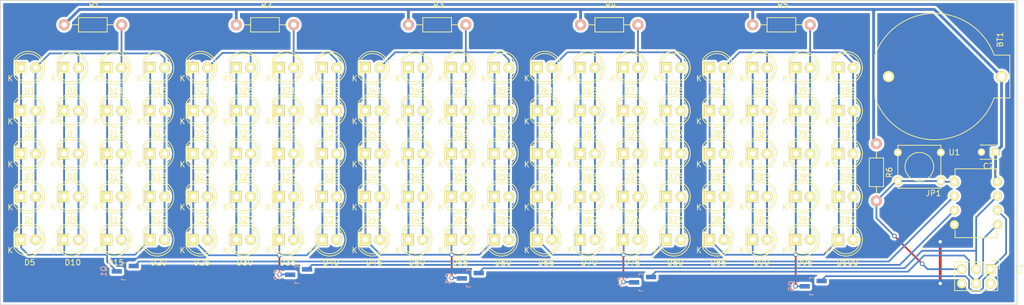
<source format=kicad_pcb>
(kicad_pcb (version 4) (host pcbnew 4.0.2+dfsg1-stable)
  (title_block (title "LED Name Tag") (date 2016-04-11) (rev 1) (company "Chaostreff Basel") (comment 1 "KiCad Workshop CoSin 2016"))
  (layers (0 F.Cu signal) (31 B.Cu signal) (34 B.Paste user) (35 F.Paste user) (36 B.SilkS user) (37 F.SilkS user) (38 B.Mask user) (39 F.Mask user) (44 Edge.Cuts user))
  (net 0 "")
  (net 1 VCC)
  (net 2 GND)
  (net 3 /~RESET)
  (net 4 "Net-(D1-Pad1)")
  (net 5 "Net-(D1-Pad2)")
  (net 6 "Net-(D21-Pad1)")
  (net 7 "Net-(D21-Pad2)")
  (net 8 "Net-(D41-Pad1)")
  (net 9 "Net-(D41-Pad2)")
  (net 10 "Net-(D61-Pad1)")
  (net 11 "Net-(D61-Pad2)")
  (net 12 "Net-(D100-Pad1)")
  (net 13 "Net-(D100-Pad2)")
  (net 14 /DIGIT1)
  (net 15 /DIGIT2)
  (net 16 /DIGIT0)
  (net 17 /DIGIT3)
  (net 18 /DIGIT4)
  (module LEDs:LED-5MM (layer F.Cu) (at 208.44 102.42)
    (fp_text reference D100 (at 1.524 4.064) (layer F.SilkS))
    (fp_text value LED)
    (fp_text user K (at -1.905 1.905) (layer F.SilkS))
    (pad 1 thru_hole rect (at 0 0 90) (size 2 1.9) (drill 1.00076) (layers *.Cu *.Mask F.SilkS) (net 12 "Net-(D100-Pad1)"))
    (pad 2 thru_hole circle (at 2.54 0) (size 1.9 1.9) (drill 1.00076) (layers *.Cu *.Mask F.SilkS) (net 13 "Net-(D100-Pad2)"))
  )
  (module LEDs:LED-5MM (layer F.Cu) (at 208.44 94.8)
    (fp_text reference D99 (at 1.524 4.064) (layer F.SilkS))
    (fp_text value LED)
    (fp_text user K (at -1.905 1.905) (layer F.SilkS))
    (pad 1 thru_hole rect (at 0 0 90) (size 2 1.9) (drill 1.00076) (layers *.Cu *.Mask F.SilkS) (net 12 "Net-(D100-Pad1)"))
    (pad 2 thru_hole circle (at 2.54 0) (size 1.9 1.9) (drill 1.00076) (layers *.Cu *.Mask F.SilkS) (net 13 "Net-(D100-Pad2)"))
  )
  (module LEDs:LED-5MM (layer F.Cu) (at 208.44 87.18)
    (fp_text reference D98 (at 1.524 4.064) (layer F.SilkS))
    (fp_text value LED)
    (fp_text user K (at -1.905 1.905) (layer F.SilkS))
    (pad 1 thru_hole rect (at 0 0 90) (size 2 1.9) (drill 1.00076) (layers *.Cu *.Mask F.SilkS) (net 12 "Net-(D100-Pad1)"))
    (pad 2 thru_hole circle (at 2.54 0) (size 1.9 1.9) (drill 1.00076) (layers *.Cu *.Mask F.SilkS) (net 13 "Net-(D100-Pad2)"))
  )
  (module LEDs:LED-5MM (layer F.Cu) (at 208.44 79.56)
    (fp_text reference D97 (at 1.524 4.064) (layer F.SilkS))
    (fp_text value LED)
    (fp_text user K (at -1.905 1.905) (layer F.SilkS))
    (pad 1 thru_hole rect (at 0 0 90) (size 2 1.9) (drill 1.00076) (layers *.Cu *.Mask F.SilkS) (net 12 "Net-(D100-Pad1)"))
    (pad 2 thru_hole circle (at 2.54 0) (size 1.9 1.9) (drill 1.00076) (layers *.Cu *.Mask F.SilkS) (net 13 "Net-(D100-Pad2)"))
  )
  (module LEDs:LED-5MM (layer F.Cu) (at 208.44 71.94)
    (fp_text reference D96 (at 1.524 4.064) (layer F.SilkS))
    (fp_text value LED)
    (fp_text user K (at -1.905 1.905) (layer F.SilkS))
    (pad 1 thru_hole rect (at 0 0 90) (size 2 1.9) (drill 1.00076) (layers *.Cu *.Mask F.SilkS) (net 12 "Net-(D100-Pad1)"))
    (pad 2 thru_hole circle (at 2.54 0) (size 1.9 1.9) (drill 1.00076) (layers *.Cu *.Mask F.SilkS) (net 13 "Net-(D100-Pad2)"))
  )
  (module LEDs:LED-5MM (layer F.Cu) (at 200.82 102.42)
    (fp_text reference D95 (at 1.524 4.064) (layer F.SilkS))
    (fp_text value LED)
    (fp_text user K (at -1.905 1.905) (layer F.SilkS))
    (pad 1 thru_hole rect (at 0 0 90) (size 2 1.9) (drill 1.00076) (layers *.Cu *.Mask F.SilkS) (net 12 "Net-(D100-Pad1)"))
    (pad 2 thru_hole circle (at 2.54 0) (size 1.9 1.9) (drill 1.00076) (layers *.Cu *.Mask F.SilkS) (net 13 "Net-(D100-Pad2)"))
  )
  (module LEDs:LED-5MM (layer F.Cu) (at 200.82 94.8)
    (fp_text reference D94 (at 1.524 4.064) (layer F.SilkS))
    (fp_text value LED)
    (fp_text user K (at -1.905 1.905) (layer F.SilkS))
    (pad 1 thru_hole rect (at 0 0 90) (size 2 1.9) (drill 1.00076) (layers *.Cu *.Mask F.SilkS) (net 12 "Net-(D100-Pad1)"))
    (pad 2 thru_hole circle (at 2.54 0) (size 1.9 1.9) (drill 1.00076) (layers *.Cu *.Mask F.SilkS) (net 13 "Net-(D100-Pad2)"))
  )
  (module LEDs:LED-5MM (layer F.Cu) (at 200.82 87.18)
    (fp_text reference D93 (at 1.524 4.064) (layer F.SilkS))
    (fp_text value LED)
    (fp_text user K (at -1.905 1.905) (layer F.SilkS))
    (pad 1 thru_hole rect (at 0 0 90) (size 2 1.9) (drill 1.00076) (layers *.Cu *.Mask F.SilkS) (net 12 "Net-(D100-Pad1)"))
    (pad 2 thru_hole circle (at 2.54 0) (size 1.9 1.9) (drill 1.00076) (layers *.Cu *.Mask F.SilkS) (net 13 "Net-(D100-Pad2)"))
  )
  (module LEDs:LED-5MM (layer F.Cu) (at 200.82 79.56)
    (fp_text reference D92 (at 1.524 4.064) (layer F.SilkS))
    (fp_text value LED)
    (fp_text user K (at -1.905 1.905) (layer F.SilkS))
    (pad 1 thru_hole rect (at 0 0 90) (size 2 1.9) (drill 1.00076) (layers *.Cu *.Mask F.SilkS) (net 12 "Net-(D100-Pad1)"))
    (pad 2 thru_hole circle (at 2.54 0) (size 1.9 1.9) (drill 1.00076) (layers *.Cu *.Mask F.SilkS) (net 13 "Net-(D100-Pad2)"))
  )
  (module LEDs:LED-5MM (layer F.Cu) (at 200.82 71.94)
    (fp_text reference D91 (at 1.524 4.064) (layer F.SilkS))
    (fp_text value LED)
    (fp_text user K (at -1.905 1.905) (layer F.SilkS))
    (pad 1 thru_hole rect (at 0 0 90) (size 2 1.9) (drill 1.00076) (layers *.Cu *.Mask F.SilkS) (net 12 "Net-(D100-Pad1)"))
    (pad 2 thru_hole circle (at 2.54 0) (size 1.9 1.9) (drill 1.00076) (layers *.Cu *.Mask F.SilkS) (net 13 "Net-(D100-Pad2)"))
  )
  (module LEDs:LED-5MM (layer F.Cu) (at 193.2 102.42)
    (fp_text reference D90 (at 1.524 4.064) (layer F.SilkS))
    (fp_text value LED)
    (fp_text user K (at -1.905 1.905) (layer F.SilkS))
    (pad 1 thru_hole rect (at 0 0 90) (size 2 1.9) (drill 1.00076) (layers *.Cu *.Mask F.SilkS) (net 12 "Net-(D100-Pad1)"))
    (pad 2 thru_hole circle (at 2.54 0) (size 1.9 1.9) (drill 1.00076) (layers *.Cu *.Mask F.SilkS) (net 13 "Net-(D100-Pad2)"))
  )
  (module LEDs:LED-5MM (layer F.Cu) (at 193.2 94.8)
    (fp_text reference D89 (at 1.524 4.064) (layer F.SilkS))
    (fp_text value LED)
    (fp_text user K (at -1.905 1.905) (layer F.SilkS))
    (pad 1 thru_hole rect (at 0 0 90) (size 2 1.9) (drill 1.00076) (layers *.Cu *.Mask F.SilkS) (net 12 "Net-(D100-Pad1)"))
    (pad 2 thru_hole circle (at 2.54 0) (size 1.9 1.9) (drill 1.00076) (layers *.Cu *.Mask F.SilkS) (net 13 "Net-(D100-Pad2)"))
  )
  (module LEDs:LED-5MM (layer F.Cu) (at 193.2 87.18)
    (fp_text reference D88 (at 1.524 4.064) (layer F.SilkS))
    (fp_text value LED)
    (fp_text user K (at -1.905 1.905) (layer F.SilkS))
    (pad 1 thru_hole rect (at 0 0 90) (size 2 1.9) (drill 1.00076) (layers *.Cu *.Mask F.SilkS) (net 12 "Net-(D100-Pad1)"))
    (pad 2 thru_hole circle (at 2.54 0) (size 1.9 1.9) (drill 1.00076) (layers *.Cu *.Mask F.SilkS) (net 13 "Net-(D100-Pad2)"))
  )
  (module LEDs:LED-5MM (layer F.Cu) (at 193.2 79.56)
    (fp_text reference D87 (at 1.524 4.064) (layer F.SilkS))
    (fp_text value LED)
    (fp_text user K (at -1.905 1.905) (layer F.SilkS))
    (pad 1 thru_hole rect (at 0 0 90) (size 2 1.9) (drill 1.00076) (layers *.Cu *.Mask F.SilkS) (net 12 "Net-(D100-Pad1)"))
    (pad 2 thru_hole circle (at 2.54 0) (size 1.9 1.9) (drill 1.00076) (layers *.Cu *.Mask F.SilkS) (net 13 "Net-(D100-Pad2)"))
  )
  (module LEDs:LED-5MM (layer F.Cu) (at 193.2 71.94)
    (fp_text reference D86 (at 1.524 4.064) (layer F.SilkS))
    (fp_text value LED)
    (fp_text user K (at -1.905 1.905) (layer F.SilkS))
    (pad 1 thru_hole rect (at 0 0 90) (size 2 1.9) (drill 1.00076) (layers *.Cu *.Mask F.SilkS) (net 12 "Net-(D100-Pad1)"))
    (pad 2 thru_hole circle (at 2.54 0) (size 1.9 1.9) (drill 1.00076) (layers *.Cu *.Mask F.SilkS) (net 13 "Net-(D100-Pad2)"))
  )
  (module LEDs:LED-5MM (layer F.Cu) (at 185.58 102.42)
    (fp_text reference D85 (at 1.524 4.064) (layer F.SilkS))
    (fp_text value LED)
    (fp_text user K (at -1.905 1.905) (layer F.SilkS))
    (pad 1 thru_hole rect (at 0 0 90) (size 2 1.9) (drill 1.00076) (layers *.Cu *.Mask F.SilkS) (net 12 "Net-(D100-Pad1)"))
    (pad 2 thru_hole circle (at 2.54 0) (size 1.9 1.9) (drill 1.00076) (layers *.Cu *.Mask F.SilkS) (net 13 "Net-(D100-Pad2)"))
  )
  (module LEDs:LED-5MM (layer F.Cu) (at 185.58 94.8)
    (fp_text reference D84 (at 1.524 4.064) (layer F.SilkS))
    (fp_text value LED)
    (fp_text user K (at -1.905 1.905) (layer F.SilkS))
    (pad 1 thru_hole rect (at 0 0 90) (size 2 1.9) (drill 1.00076) (layers *.Cu *.Mask F.SilkS) (net 12 "Net-(D100-Pad1)"))
    (pad 2 thru_hole circle (at 2.54 0) (size 1.9 1.9) (drill 1.00076) (layers *.Cu *.Mask F.SilkS) (net 13 "Net-(D100-Pad2)"))
  )
  (module LEDs:LED-5MM (layer F.Cu) (at 185.58 87.18)
    (fp_text reference D83 (at 1.524 4.064) (layer F.SilkS))
    (fp_text value LED)
    (fp_text user K (at -1.905 1.905) (layer F.SilkS))
    (pad 1 thru_hole rect (at 0 0 90) (size 2 1.9) (drill 1.00076) (layers *.Cu *.Mask F.SilkS) (net 12 "Net-(D100-Pad1)"))
    (pad 2 thru_hole circle (at 2.54 0) (size 1.9 1.9) (drill 1.00076) (layers *.Cu *.Mask F.SilkS) (net 13 "Net-(D100-Pad2)"))
  )
  (module LEDs:LED-5MM (layer F.Cu) (at 185.58 79.56)
    (fp_text reference D82 (at 1.524 4.064) (layer F.SilkS))
    (fp_text value LED)
    (fp_text user K (at -1.905 1.905) (layer F.SilkS))
    (pad 1 thru_hole rect (at 0 0 90) (size 2 1.9) (drill 1.00076) (layers *.Cu *.Mask F.SilkS) (net 12 "Net-(D100-Pad1)"))
    (pad 2 thru_hole circle (at 2.54 0) (size 1.9 1.9) (drill 1.00076) (layers *.Cu *.Mask F.SilkS) (net 13 "Net-(D100-Pad2)"))
  )
  (module LEDs:LED-5MM (layer F.Cu) (at 185.58 71.94)
    (fp_text reference D81 (at 1.524 4.064) (layer F.SilkS))
    (fp_text value LED)
    (fp_text user K (at -1.905 1.905) (layer F.SilkS))
    (pad 1 thru_hole rect (at 0 0 90) (size 2 1.9) (drill 1.00076) (layers *.Cu *.Mask F.SilkS) (net 12 "Net-(D100-Pad1)"))
    (pad 2 thru_hole circle (at 2.54 0) (size 1.9 1.9) (drill 1.00076) (layers *.Cu *.Mask F.SilkS) (net 13 "Net-(D100-Pad2)"))
  )
  (module LEDs:LED-5MM (layer F.Cu) (at 177.96 102.42)
    (fp_text reference D80 (at 1.524 4.064) (layer F.SilkS))
    (fp_text value LED)
    (fp_text user K (at -1.905 1.905) (layer F.SilkS))
    (pad 1 thru_hole rect (at 0 0 90) (size 2 1.9) (drill 1.00076) (layers *.Cu *.Mask F.SilkS) (net 10 "Net-(D61-Pad1)"))
    (pad 2 thru_hole circle (at 2.54 0) (size 1.9 1.9) (drill 1.00076) (layers *.Cu *.Mask F.SilkS) (net 11 "Net-(D61-Pad2)"))
  )
  (module LEDs:LED-5MM (layer F.Cu) (at 177.96 94.8)
    (fp_text reference D79 (at 1.524 4.064) (layer F.SilkS))
    (fp_text value LED)
    (fp_text user K (at -1.905 1.905) (layer F.SilkS))
    (pad 1 thru_hole rect (at 0 0 90) (size 2 1.9) (drill 1.00076) (layers *.Cu *.Mask F.SilkS) (net 10 "Net-(D61-Pad1)"))
    (pad 2 thru_hole circle (at 2.54 0) (size 1.9 1.9) (drill 1.00076) (layers *.Cu *.Mask F.SilkS) (net 11 "Net-(D61-Pad2)"))
  )
  (module LEDs:LED-5MM (layer F.Cu) (at 177.96 87.18)
    (fp_text reference D78 (at 1.524 4.064) (layer F.SilkS))
    (fp_text value LED)
    (fp_text user K (at -1.905 1.905) (layer F.SilkS))
    (pad 1 thru_hole rect (at 0 0 90) (size 2 1.9) (drill 1.00076) (layers *.Cu *.Mask F.SilkS) (net 10 "Net-(D61-Pad1)"))
    (pad 2 thru_hole circle (at 2.54 0) (size 1.9 1.9) (drill 1.00076) (layers *.Cu *.Mask F.SilkS) (net 11 "Net-(D61-Pad2)"))
  )
  (module LEDs:LED-5MM (layer F.Cu) (at 177.96 79.56)
    (fp_text reference D77 (at 1.524 4.064) (layer F.SilkS))
    (fp_text value LED)
    (fp_text user K (at -1.905 1.905) (layer F.SilkS))
    (pad 1 thru_hole rect (at 0 0 90) (size 2 1.9) (drill 1.00076) (layers *.Cu *.Mask F.SilkS) (net 10 "Net-(D61-Pad1)"))
    (pad 2 thru_hole circle (at 2.54 0) (size 1.9 1.9) (drill 1.00076) (layers *.Cu *.Mask F.SilkS) (net 11 "Net-(D61-Pad2)"))
  )
  (module LEDs:LED-5MM (layer F.Cu) (at 177.96 71.94)
    (fp_text reference D76 (at 1.524 4.064) (layer F.SilkS))
    (fp_text value LED)
    (fp_text user K (at -1.905 1.905) (layer F.SilkS))
    (pad 1 thru_hole rect (at 0 0 90) (size 2 1.9) (drill 1.00076) (layers *.Cu *.Mask F.SilkS) (net 10 "Net-(D61-Pad1)"))
    (pad 2 thru_hole circle (at 2.54 0) (size 1.9 1.9) (drill 1.00076) (layers *.Cu *.Mask F.SilkS) (net 11 "Net-(D61-Pad2)"))
  )
  (module LEDs:LED-5MM (layer F.Cu) (at 170.34 102.42)
    (fp_text reference D75 (at 1.524 4.064) (layer F.SilkS))
    (fp_text value LED)
    (fp_text user K (at -1.905 1.905) (layer F.SilkS))
    (pad 1 thru_hole rect (at 0 0 90) (size 2 1.9) (drill 1.00076) (layers *.Cu *.Mask F.SilkS) (net 10 "Net-(D61-Pad1)"))
    (pad 2 thru_hole circle (at 2.54 0) (size 1.9 1.9) (drill 1.00076) (layers *.Cu *.Mask F.SilkS) (net 11 "Net-(D61-Pad2)"))
  )
  (module LEDs:LED-5MM (layer F.Cu) (at 170.34 94.8)
    (fp_text reference D74 (at 1.524 4.064) (layer F.SilkS))
    (fp_text value LED)
    (fp_text user K (at -1.905 1.905) (layer F.SilkS))
    (pad 1 thru_hole rect (at 0 0 90) (size 2 1.9) (drill 1.00076) (layers *.Cu *.Mask F.SilkS) (net 10 "Net-(D61-Pad1)"))
    (pad 2 thru_hole circle (at 2.54 0) (size 1.9 1.9) (drill 1.00076) (layers *.Cu *.Mask F.SilkS) (net 11 "Net-(D61-Pad2)"))
  )
  (module LEDs:LED-5MM (layer F.Cu) (at 170.34 87.18)
    (fp_text reference D73 (at 1.524 4.064) (layer F.SilkS))
    (fp_text value LED)
    (fp_text user K (at -1.905 1.905) (layer F.SilkS))
    (pad 1 thru_hole rect (at 0 0 90) (size 2 1.9) (drill 1.00076) (layers *.Cu *.Mask F.SilkS) (net 10 "Net-(D61-Pad1)"))
    (pad 2 thru_hole circle (at 2.54 0) (size 1.9 1.9) (drill 1.00076) (layers *.Cu *.Mask F.SilkS) (net 11 "Net-(D61-Pad2)"))
  )
  (module LEDs:LED-5MM (layer F.Cu) (at 170.34 79.56)
    (fp_text reference D72 (at 1.524 4.064) (layer F.SilkS))
    (fp_text value LED)
    (fp_text user K (at -1.905 1.905) (layer F.SilkS))
    (pad 1 thru_hole rect (at 0 0 90) (size 2 1.9) (drill 1.00076) (layers *.Cu *.Mask F.SilkS) (net 10 "Net-(D61-Pad1)"))
    (pad 2 thru_hole circle (at 2.54 0) (size 1.9 1.9) (drill 1.00076) (layers *.Cu *.Mask F.SilkS) (net 11 "Net-(D61-Pad2)"))
  )
  (module LEDs:LED-5MM (layer F.Cu) (at 170.34 71.94)
    (fp_text reference D71 (at 1.524 4.064) (layer F.SilkS))
    (fp_text value LED)
    (fp_text user K (at -1.905 1.905) (layer F.SilkS))
    (pad 1 thru_hole rect (at 0 0 90) (size 2 1.9) (drill 1.00076) (layers *.Cu *.Mask F.SilkS) (net 10 "Net-(D61-Pad1)"))
    (pad 2 thru_hole circle (at 2.54 0) (size 1.9 1.9) (drill 1.00076) (layers *.Cu *.Mask F.SilkS) (net 11 "Net-(D61-Pad2)"))
  )
  (module LEDs:LED-5MM (layer F.Cu) (at 162.72 102.42)
    (fp_text reference D70 (at 1.524 4.064) (layer F.SilkS))
    (fp_text value LED)
    (fp_text user K (at -1.905 1.905) (layer F.SilkS))
    (pad 1 thru_hole rect (at 0 0 90) (size 2 1.9) (drill 1.00076) (layers *.Cu *.Mask F.SilkS) (net 10 "Net-(D61-Pad1)"))
    (pad 2 thru_hole circle (at 2.54 0) (size 1.9 1.9) (drill 1.00076) (layers *.Cu *.Mask F.SilkS) (net 11 "Net-(D61-Pad2)"))
  )
  (module LEDs:LED-5MM (layer F.Cu) (at 162.72 94.8)
    (fp_text reference D69 (at 1.524 4.064) (layer F.SilkS))
    (fp_text value LED)
    (fp_text user K (at -1.905 1.905) (layer F.SilkS))
    (pad 1 thru_hole rect (at 0 0 90) (size 2 1.9) (drill 1.00076) (layers *.Cu *.Mask F.SilkS) (net 10 "Net-(D61-Pad1)"))
    (pad 2 thru_hole circle (at 2.54 0) (size 1.9 1.9) (drill 1.00076) (layers *.Cu *.Mask F.SilkS) (net 11 "Net-(D61-Pad2)"))
  )
  (module LEDs:LED-5MM (layer F.Cu) (at 162.72 87.18)
    (fp_text reference D68 (at 1.524 4.064) (layer F.SilkS))
    (fp_text value LED)
    (fp_text user K (at -1.905 1.905) (layer F.SilkS))
    (pad 1 thru_hole rect (at 0 0 90) (size 2 1.9) (drill 1.00076) (layers *.Cu *.Mask F.SilkS) (net 10 "Net-(D61-Pad1)"))
    (pad 2 thru_hole circle (at 2.54 0) (size 1.9 1.9) (drill 1.00076) (layers *.Cu *.Mask F.SilkS) (net 11 "Net-(D61-Pad2)"))
  )
  (module LEDs:LED-5MM (layer F.Cu) (at 162.72 79.56)
    (fp_text reference D67 (at 1.524 4.064) (layer F.SilkS))
    (fp_text value LED)
    (fp_text user K (at -1.905 1.905) (layer F.SilkS))
    (pad 1 thru_hole rect (at 0 0 90) (size 2 1.9) (drill 1.00076) (layers *.Cu *.Mask F.SilkS) (net 10 "Net-(D61-Pad1)"))
    (pad 2 thru_hole circle (at 2.54 0) (size 1.9 1.9) (drill 1.00076) (layers *.Cu *.Mask F.SilkS) (net 11 "Net-(D61-Pad2)"))
  )
  (module LEDs:LED-5MM (layer F.Cu) (at 162.72 71.94)
    (fp_text reference D66 (at 1.524 4.064) (layer F.SilkS))
    (fp_text value LED)
    (fp_text user K (at -1.905 1.905) (layer F.SilkS))
    (pad 1 thru_hole rect (at 0 0 90) (size 2 1.9) (drill 1.00076) (layers *.Cu *.Mask F.SilkS) (net 10 "Net-(D61-Pad1)"))
    (pad 2 thru_hole circle (at 2.54 0) (size 1.9 1.9) (drill 1.00076) (layers *.Cu *.Mask F.SilkS) (net 11 "Net-(D61-Pad2)"))
  )
  (module LEDs:LED-5MM (layer F.Cu) (at 155.1 102.42)
    (fp_text reference D65 (at 1.524 4.064) (layer F.SilkS))
    (fp_text value LED)
    (fp_text user K (at -1.905 1.905) (layer F.SilkS))
    (pad 1 thru_hole rect (at 0 0 90) (size 2 1.9) (drill 1.00076) (layers *.Cu *.Mask F.SilkS) (net 10 "Net-(D61-Pad1)"))
    (pad 2 thru_hole circle (at 2.54 0) (size 1.9 1.9) (drill 1.00076) (layers *.Cu *.Mask F.SilkS) (net 11 "Net-(D61-Pad2)"))
  )
  (module LEDs:LED-5MM (layer F.Cu) (at 155.1 94.8)
    (fp_text reference D64 (at 1.524 4.064) (layer F.SilkS))
    (fp_text value LED)
    (fp_text user K (at -1.905 1.905) (layer F.SilkS))
    (pad 1 thru_hole rect (at 0 0 90) (size 2 1.9) (drill 1.00076) (layers *.Cu *.Mask F.SilkS) (net 10 "Net-(D61-Pad1)"))
    (pad 2 thru_hole circle (at 2.54 0) (size 1.9 1.9) (drill 1.00076) (layers *.Cu *.Mask F.SilkS) (net 11 "Net-(D61-Pad2)"))
  )
  (module LEDs:LED-5MM (layer F.Cu) (at 155.1 87.18)
    (fp_text reference D63 (at 1.524 4.064) (layer F.SilkS))
    (fp_text value LED)
    (fp_text user K (at -1.905 1.905) (layer F.SilkS))
    (pad 1 thru_hole rect (at 0 0 90) (size 2 1.9) (drill 1.00076) (layers *.Cu *.Mask F.SilkS) (net 10 "Net-(D61-Pad1)"))
    (pad 2 thru_hole circle (at 2.54 0) (size 1.9 1.9) (drill 1.00076) (layers *.Cu *.Mask F.SilkS) (net 11 "Net-(D61-Pad2)"))
  )
  (module LEDs:LED-5MM (layer F.Cu) (at 155.1 79.56)
    (fp_text reference D62 (at 1.524 4.064) (layer F.SilkS))
    (fp_text value LED)
    (fp_text user K (at -1.905 1.905) (layer F.SilkS))
    (pad 1 thru_hole rect (at 0 0 90) (size 2 1.9) (drill 1.00076) (layers *.Cu *.Mask F.SilkS) (net 10 "Net-(D61-Pad1)"))
    (pad 2 thru_hole circle (at 2.54 0) (size 1.9 1.9) (drill 1.00076) (layers *.Cu *.Mask F.SilkS) (net 11 "Net-(D61-Pad2)"))
  )
  (module LEDs:LED-5MM (layer F.Cu) (at 155.1 71.94)
    (fp_text reference D61 (at 1.524 4.064) (layer F.SilkS))
    (fp_text value LED)
    (fp_text user K (at -1.905 1.905) (layer F.SilkS))
    (pad 1 thru_hole rect (at 0 0 90) (size 2 1.9) (drill 1.00076) (layers *.Cu *.Mask F.SilkS) (net 10 "Net-(D61-Pad1)"))
    (pad 2 thru_hole circle (at 2.54 0) (size 1.9 1.9) (drill 1.00076) (layers *.Cu *.Mask F.SilkS) (net 11 "Net-(D61-Pad2)"))
  )
  (module LEDs:LED-5MM (layer F.Cu) (at 147.48 102.42)
    (fp_text reference D60 (at 1.524 4.064) (layer F.SilkS))
    (fp_text value LED)
    (fp_text user K (at -1.905 1.905) (layer F.SilkS))
    (pad 1 thru_hole rect (at 0 0 90) (size 2 1.9) (drill 1.00076) (layers *.Cu *.Mask F.SilkS) (net 8 "Net-(D41-Pad1)"))
    (pad 2 thru_hole circle (at 2.54 0) (size 1.9 1.9) (drill 1.00076) (layers *.Cu *.Mask F.SilkS) (net 9 "Net-(D41-Pad2)"))
  )
  (module LEDs:LED-5MM (layer F.Cu) (at 147.48 94.8)
    (fp_text reference D59 (at 1.524 4.064) (layer F.SilkS))
    (fp_text value LED)
    (fp_text user K (at -1.905 1.905) (layer F.SilkS))
    (pad 1 thru_hole rect (at 0 0 90) (size 2 1.9) (drill 1.00076) (layers *.Cu *.Mask F.SilkS) (net 8 "Net-(D41-Pad1)"))
    (pad 2 thru_hole circle (at 2.54 0) (size 1.9 1.9) (drill 1.00076) (layers *.Cu *.Mask F.SilkS) (net 9 "Net-(D41-Pad2)"))
  )
  (module LEDs:LED-5MM (layer F.Cu) (at 147.48 87.18)
    (fp_text reference D58 (at 1.524 4.064) (layer F.SilkS))
    (fp_text value LED)
    (fp_text user K (at -1.905 1.905) (layer F.SilkS))
    (pad 1 thru_hole rect (at 0 0 90) (size 2 1.9) (drill 1.00076) (layers *.Cu *.Mask F.SilkS) (net 8 "Net-(D41-Pad1)"))
    (pad 2 thru_hole circle (at 2.54 0) (size 1.9 1.9) (drill 1.00076) (layers *.Cu *.Mask F.SilkS) (net 9 "Net-(D41-Pad2)"))
  )
  (module LEDs:LED-5MM (layer F.Cu) (at 147.48 79.56)
    (fp_text reference D57 (at 1.524 4.064) (layer F.SilkS))
    (fp_text value LED)
    (fp_text user K (at -1.905 1.905) (layer F.SilkS))
    (pad 1 thru_hole rect (at 0 0 90) (size 2 1.9) (drill 1.00076) (layers *.Cu *.Mask F.SilkS) (net 8 "Net-(D41-Pad1)"))
    (pad 2 thru_hole circle (at 2.54 0) (size 1.9 1.9) (drill 1.00076) (layers *.Cu *.Mask F.SilkS) (net 9 "Net-(D41-Pad2)"))
  )
  (module LEDs:LED-5MM (layer F.Cu) (at 147.48 71.94)
    (fp_text reference D56 (at 1.524 4.064) (layer F.SilkS))
    (fp_text value LED)
    (fp_text user K (at -1.905 1.905) (layer F.SilkS))
    (pad 1 thru_hole rect (at 0 0 90) (size 2 1.9) (drill 1.00076) (layers *.Cu *.Mask F.SilkS) (net 8 "Net-(D41-Pad1)"))
    (pad 2 thru_hole circle (at 2.54 0) (size 1.9 1.9) (drill 1.00076) (layers *.Cu *.Mask F.SilkS) (net 9 "Net-(D41-Pad2)"))
  )
  (module LEDs:LED-5MM (layer F.Cu) (at 139.86 102.42)
    (fp_text reference D55 (at 1.524 4.064) (layer F.SilkS))
    (fp_text value LED)
    (fp_text user K (at -1.905 1.905) (layer F.SilkS))
    (pad 1 thru_hole rect (at 0 0 90) (size 2 1.9) (drill 1.00076) (layers *.Cu *.Mask F.SilkS) (net 8 "Net-(D41-Pad1)"))
    (pad 2 thru_hole circle (at 2.54 0) (size 1.9 1.9) (drill 1.00076) (layers *.Cu *.Mask F.SilkS) (net 9 "Net-(D41-Pad2)"))
  )
  (module LEDs:LED-5MM (layer F.Cu) (at 139.86 94.8)
    (fp_text reference D54 (at 1.524 4.064) (layer F.SilkS))
    (fp_text value LED)
    (fp_text user K (at -1.905 1.905) (layer F.SilkS))
    (pad 1 thru_hole rect (at 0 0 90) (size 2 1.9) (drill 1.00076) (layers *.Cu *.Mask F.SilkS) (net 8 "Net-(D41-Pad1)"))
    (pad 2 thru_hole circle (at 2.54 0) (size 1.9 1.9) (drill 1.00076) (layers *.Cu *.Mask F.SilkS) (net 9 "Net-(D41-Pad2)"))
  )
  (module LEDs:LED-5MM (layer F.Cu) (at 139.86 87.18)
    (fp_text reference D53 (at 1.524 4.064) (layer F.SilkS))
    (fp_text value LED)
    (fp_text user K (at -1.905 1.905) (layer F.SilkS))
    (pad 1 thru_hole rect (at 0 0 90) (size 2 1.9) (drill 1.00076) (layers *.Cu *.Mask F.SilkS) (net 8 "Net-(D41-Pad1)"))
    (pad 2 thru_hole circle (at 2.54 0) (size 1.9 1.9) (drill 1.00076) (layers *.Cu *.Mask F.SilkS) (net 9 "Net-(D41-Pad2)"))
  )
  (module LEDs:LED-5MM (layer F.Cu) (at 139.86 79.56)
    (fp_text reference D52 (at 1.524 4.064) (layer F.SilkS))
    (fp_text value LED)
    (fp_text user K (at -1.905 1.905) (layer F.SilkS))
    (pad 1 thru_hole rect (at 0 0 90) (size 2 1.9) (drill 1.00076) (layers *.Cu *.Mask F.SilkS) (net 8 "Net-(D41-Pad1)"))
    (pad 2 thru_hole circle (at 2.54 0) (size 1.9 1.9) (drill 1.00076) (layers *.Cu *.Mask F.SilkS) (net 9 "Net-(D41-Pad2)"))
  )
  (module LEDs:LED-5MM (layer F.Cu) (at 139.86 71.94)
    (fp_text reference D51 (at 1.524 4.064) (layer F.SilkS))
    (fp_text value LED)
    (fp_text user K (at -1.905 1.905) (layer F.SilkS))
    (pad 1 thru_hole rect (at 0 0 90) (size 2 1.9) (drill 1.00076) (layers *.Cu *.Mask F.SilkS) (net 8 "Net-(D41-Pad1)"))
    (pad 2 thru_hole circle (at 2.54 0) (size 1.9 1.9) (drill 1.00076) (layers *.Cu *.Mask F.SilkS) (net 9 "Net-(D41-Pad2)"))
  )
  (module LEDs:LED-5MM (layer F.Cu) (at 132.24 102.42)
    (fp_text reference D50 (at 1.524 4.064) (layer F.SilkS))
    (fp_text value LED)
    (fp_text user K (at -1.905 1.905) (layer F.SilkS))
    (pad 1 thru_hole rect (at 0 0 90) (size 2 1.9) (drill 1.00076) (layers *.Cu *.Mask F.SilkS) (net 8 "Net-(D41-Pad1)"))
    (pad 2 thru_hole circle (at 2.54 0) (size 1.9 1.9) (drill 1.00076) (layers *.Cu *.Mask F.SilkS) (net 9 "Net-(D41-Pad2)"))
  )
  (module LEDs:LED-5MM (layer F.Cu) (at 132.24 94.8)
    (fp_text reference D49 (at 1.524 4.064) (layer F.SilkS))
    (fp_text value LED)
    (fp_text user K (at -1.905 1.905) (layer F.SilkS))
    (pad 1 thru_hole rect (at 0 0 90) (size 2 1.9) (drill 1.00076) (layers *.Cu *.Mask F.SilkS) (net 8 "Net-(D41-Pad1)"))
    (pad 2 thru_hole circle (at 2.54 0) (size 1.9 1.9) (drill 1.00076) (layers *.Cu *.Mask F.SilkS) (net 9 "Net-(D41-Pad2)"))
  )
  (module LEDs:LED-5MM (layer F.Cu) (at 132.24 87.18)
    (fp_text reference D48 (at 1.524 4.064) (layer F.SilkS))
    (fp_text value LED)
    (fp_text user K (at -1.905 1.905) (layer F.SilkS))
    (pad 1 thru_hole rect (at 0 0 90) (size 2 1.9) (drill 1.00076) (layers *.Cu *.Mask F.SilkS) (net 8 "Net-(D41-Pad1)"))
    (pad 2 thru_hole circle (at 2.54 0) (size 1.9 1.9) (drill 1.00076) (layers *.Cu *.Mask F.SilkS) (net 9 "Net-(D41-Pad2)"))
  )
  (module LEDs:LED-5MM (layer F.Cu) (at 132.24 79.56)
    (fp_text reference D47 (at 1.524 4.064) (layer F.SilkS))
    (fp_text value LED)
    (fp_text user K (at -1.905 1.905) (layer F.SilkS))
    (pad 1 thru_hole rect (at 0 0 90) (size 2 1.9) (drill 1.00076) (layers *.Cu *.Mask F.SilkS) (net 8 "Net-(D41-Pad1)"))
    (pad 2 thru_hole circle (at 2.54 0) (size 1.9 1.9) (drill 1.00076) (layers *.Cu *.Mask F.SilkS) (net 9 "Net-(D41-Pad2)"))
  )
  (module LEDs:LED-5MM (layer F.Cu) (at 132.24 71.94)
    (fp_text reference D46 (at 1.524 4.064) (layer F.SilkS))
    (fp_text value LED)
    (fp_text user K (at -1.905 1.905) (layer F.SilkS))
    (pad 1 thru_hole rect (at 0 0 90) (size 2 1.9) (drill 1.00076) (layers *.Cu *.Mask F.SilkS) (net 8 "Net-(D41-Pad1)"))
    (pad 2 thru_hole circle (at 2.54 0) (size 1.9 1.9) (drill 1.00076) (layers *.Cu *.Mask F.SilkS) (net 9 "Net-(D41-Pad2)"))
  )
  (module LEDs:LED-5MM (layer F.Cu) (at 124.62 102.42)
    (fp_text reference D45 (at 1.524 4.064) (layer F.SilkS))
    (fp_text value LED)
    (fp_text user K (at -1.905 1.905) (layer F.SilkS))
    (pad 1 thru_hole rect (at 0 0 90) (size 2 1.9) (drill 1.00076) (layers *.Cu *.Mask F.SilkS) (net 8 "Net-(D41-Pad1)"))
    (pad 2 thru_hole circle (at 2.54 0) (size 1.9 1.9) (drill 1.00076) (layers *.Cu *.Mask F.SilkS) (net 9 "Net-(D41-Pad2)"))
  )
  (module LEDs:LED-5MM (layer F.Cu) (at 124.62 94.8)
    (fp_text reference D44 (at 1.524 4.064) (layer F.SilkS))
    (fp_text value LED)
    (fp_text user K (at -1.905 1.905) (layer F.SilkS))
    (pad 1 thru_hole rect (at 0 0 90) (size 2 1.9) (drill 1.00076) (layers *.Cu *.Mask F.SilkS) (net 8 "Net-(D41-Pad1)"))
    (pad 2 thru_hole circle (at 2.54 0) (size 1.9 1.9) (drill 1.00076) (layers *.Cu *.Mask F.SilkS) (net 9 "Net-(D41-Pad2)"))
  )
  (module LEDs:LED-5MM (layer F.Cu) (at 124.62 87.18)
    (fp_text reference D43 (at 1.524 4.064) (layer F.SilkS))
    (fp_text value LED)
    (fp_text user K (at -1.905 1.905) (layer F.SilkS))
    (pad 1 thru_hole rect (at 0 0 90) (size 2 1.9) (drill 1.00076) (layers *.Cu *.Mask F.SilkS) (net 8 "Net-(D41-Pad1)"))
    (pad 2 thru_hole circle (at 2.54 0) (size 1.9 1.9) (drill 1.00076) (layers *.Cu *.Mask F.SilkS) (net 9 "Net-(D41-Pad2)"))
  )
  (module LEDs:LED-5MM (layer F.Cu) (at 124.62 79.56)
    (fp_text reference D42 (at 1.524 4.064) (layer F.SilkS))
    (fp_text value LED)
    (fp_text user K (at -1.905 1.905) (layer F.SilkS))
    (pad 1 thru_hole rect (at 0 0 90) (size 2 1.9) (drill 1.00076) (layers *.Cu *.Mask F.SilkS) (net 8 "Net-(D41-Pad1)"))
    (pad 2 thru_hole circle (at 2.54 0) (size 1.9 1.9) (drill 1.00076) (layers *.Cu *.Mask F.SilkS) (net 9 "Net-(D41-Pad2)"))
  )
  (module LEDs:LED-5MM (layer F.Cu) (at 124.62 71.94)
    (fp_text reference D41 (at 1.524 4.064) (layer F.SilkS))
    (fp_text value LED)
    (fp_text user K (at -1.905 1.905) (layer F.SilkS))
    (pad 1 thru_hole rect (at 0 0 90) (size 2 1.9) (drill 1.00076) (layers *.Cu *.Mask F.SilkS) (net 8 "Net-(D41-Pad1)"))
    (pad 2 thru_hole circle (at 2.54 0) (size 1.9 1.9) (drill 1.00076) (layers *.Cu *.Mask F.SilkS) (net 9 "Net-(D41-Pad2)"))
  )
  (module LEDs:LED-5MM (layer F.Cu) (at 117 102.42)
    (fp_text reference D40 (at 1.524 4.064) (layer F.SilkS))
    (fp_text value LED)
    (fp_text user K (at -1.905 1.905) (layer F.SilkS))
    (pad 1 thru_hole rect (at 0 0 90) (size 2 1.9) (drill 1.00076) (layers *.Cu *.Mask F.SilkS) (net 6 "Net-(D21-Pad1)"))
    (pad 2 thru_hole circle (at 2.54 0) (size 1.9 1.9) (drill 1.00076) (layers *.Cu *.Mask F.SilkS) (net 7 "Net-(D21-Pad2)"))
  )
  (module LEDs:LED-5MM (layer F.Cu) (at 117 94.8)
    (fp_text reference D39 (at 1.524 4.064) (layer F.SilkS))
    (fp_text value LED)
    (fp_text user K (at -1.905 1.905) (layer F.SilkS))
    (pad 1 thru_hole rect (at 0 0 90) (size 2 1.9) (drill 1.00076) (layers *.Cu *.Mask F.SilkS) (net 6 "Net-(D21-Pad1)"))
    (pad 2 thru_hole circle (at 2.54 0) (size 1.9 1.9) (drill 1.00076) (layers *.Cu *.Mask F.SilkS) (net 7 "Net-(D21-Pad2)"))
  )
  (module LEDs:LED-5MM (layer F.Cu) (at 117 87.18)
    (fp_text reference D38 (at 1.524 4.064) (layer F.SilkS))
    (fp_text value LED)
    (fp_text user K (at -1.905 1.905) (layer F.SilkS))
    (pad 1 thru_hole rect (at 0 0 90) (size 2 1.9) (drill 1.00076) (layers *.Cu *.Mask F.SilkS) (net 6 "Net-(D21-Pad1)"))
    (pad 2 thru_hole circle (at 2.54 0) (size 1.9 1.9) (drill 1.00076) (layers *.Cu *.Mask F.SilkS) (net 7 "Net-(D21-Pad2)"))
  )
  (module LEDs:LED-5MM (layer F.Cu) (at 117 79.56)
    (fp_text reference D37 (at 1.524 4.064) (layer F.SilkS))
    (fp_text value LED)
    (fp_text user K (at -1.905 1.905) (layer F.SilkS))
    (pad 1 thru_hole rect (at 0 0 90) (size 2 1.9) (drill 1.00076) (layers *.Cu *.Mask F.SilkS) (net 6 "Net-(D21-Pad1)"))
    (pad 2 thru_hole circle (at 2.54 0) (size 1.9 1.9) (drill 1.00076) (layers *.Cu *.Mask F.SilkS) (net 7 "Net-(D21-Pad2)"))
  )
  (module LEDs:LED-5MM (layer F.Cu) (at 117 71.94)
    (fp_text reference D36 (at 1.524 4.064) (layer F.SilkS))
    (fp_text value LED)
    (fp_text user K (at -1.905 1.905) (layer F.SilkS))
    (pad 1 thru_hole rect (at 0 0 90) (size 2 1.9) (drill 1.00076) (layers *.Cu *.Mask F.SilkS) (net 6 "Net-(D21-Pad1)"))
    (pad 2 thru_hole circle (at 2.54 0) (size 1.9 1.9) (drill 1.00076) (layers *.Cu *.Mask F.SilkS) (net 7 "Net-(D21-Pad2)"))
  )
  (module LEDs:LED-5MM (layer F.Cu) (at 109.38 102.42)
    (fp_text reference D35 (at 1.524 4.064) (layer F.SilkS))
    (fp_text value LED)
    (fp_text user K (at -1.905 1.905) (layer F.SilkS))
    (pad 1 thru_hole rect (at 0 0 90) (size 2 1.9) (drill 1.00076) (layers *.Cu *.Mask F.SilkS) (net 6 "Net-(D21-Pad1)"))
    (pad 2 thru_hole circle (at 2.54 0) (size 1.9 1.9) (drill 1.00076) (layers *.Cu *.Mask F.SilkS) (net 7 "Net-(D21-Pad2)"))
  )
  (module LEDs:LED-5MM (layer F.Cu) (at 109.38 94.8)
    (fp_text reference D34 (at 1.524 4.064) (layer F.SilkS))
    (fp_text value LED)
    (fp_text user K (at -1.905 1.905) (layer F.SilkS))
    (pad 1 thru_hole rect (at 0 0 90) (size 2 1.9) (drill 1.00076) (layers *.Cu *.Mask F.SilkS) (net 6 "Net-(D21-Pad1)"))
    (pad 2 thru_hole circle (at 2.54 0) (size 1.9 1.9) (drill 1.00076) (layers *.Cu *.Mask F.SilkS) (net 7 "Net-(D21-Pad2)"))
  )
  (module LEDs:LED-5MM (layer F.Cu) (at 109.38 87.18)
    (fp_text reference D33 (at 1.524 4.064) (layer F.SilkS))
    (fp_text value LED)
    (fp_text user K (at -1.905 1.905) (layer F.SilkS))
    (pad 1 thru_hole rect (at 0 0 90) (size 2 1.9) (drill 1.00076) (layers *.Cu *.Mask F.SilkS) (net 6 "Net-(D21-Pad1)"))
    (pad 2 thru_hole circle (at 2.54 0) (size 1.9 1.9) (drill 1.00076) (layers *.Cu *.Mask F.SilkS) (net 7 "Net-(D21-Pad2)"))
  )
  (module LEDs:LED-5MM (layer F.Cu) (at 109.38 79.56)
    (fp_text reference D32 (at 1.524 4.064) (layer F.SilkS))
    (fp_text value LED)
    (fp_text user K (at -1.905 1.905) (layer F.SilkS))
    (pad 1 thru_hole rect (at 0 0 90) (size 2 1.9) (drill 1.00076) (layers *.Cu *.Mask F.SilkS) (net 6 "Net-(D21-Pad1)"))
    (pad 2 thru_hole circle (at 2.54 0) (size 1.9 1.9) (drill 1.00076) (layers *.Cu *.Mask F.SilkS) (net 7 "Net-(D21-Pad2)"))
  )
  (module LEDs:LED-5MM (layer F.Cu) (at 109.38 71.94)
    (fp_text reference D31 (at 1.524 4.064) (layer F.SilkS))
    (fp_text value LED)
    (fp_text user K (at -1.905 1.905) (layer F.SilkS))
    (pad 1 thru_hole rect (at 0 0 90) (size 2 1.9) (drill 1.00076) (layers *.Cu *.Mask F.SilkS) (net 6 "Net-(D21-Pad1)"))
    (pad 2 thru_hole circle (at 2.54 0) (size 1.9 1.9) (drill 1.00076) (layers *.Cu *.Mask F.SilkS) (net 7 "Net-(D21-Pad2)"))
  )
  (module LEDs:LED-5MM (layer F.Cu) (at 101.76 102.42)
    (fp_text reference D30 (at 1.524 4.064) (layer F.SilkS))
    (fp_text value LED)
    (fp_text user K (at -1.905 1.905) (layer F.SilkS))
    (pad 1 thru_hole rect (at 0 0 90) (size 2 1.9) (drill 1.00076) (layers *.Cu *.Mask F.SilkS) (net 6 "Net-(D21-Pad1)"))
    (pad 2 thru_hole circle (at 2.54 0) (size 1.9 1.9) (drill 1.00076) (layers *.Cu *.Mask F.SilkS) (net 7 "Net-(D21-Pad2)"))
  )
  (module LEDs:LED-5MM (layer F.Cu) (at 101.76 94.8)
    (fp_text reference D29 (at 1.524 4.064) (layer F.SilkS))
    (fp_text value LED)
    (fp_text user K (at -1.905 1.905) (layer F.SilkS))
    (pad 1 thru_hole rect (at 0 0 90) (size 2 1.9) (drill 1.00076) (layers *.Cu *.Mask F.SilkS) (net 6 "Net-(D21-Pad1)"))
    (pad 2 thru_hole circle (at 2.54 0) (size 1.9 1.9) (drill 1.00076) (layers *.Cu *.Mask F.SilkS) (net 7 "Net-(D21-Pad2)"))
  )
  (module LEDs:LED-5MM (layer F.Cu) (at 101.76 87.18)
    (fp_text reference D28 (at 1.524 4.064) (layer F.SilkS))
    (fp_text value LED)
    (fp_text user K (at -1.905 1.905) (layer F.SilkS))
    (pad 1 thru_hole rect (at 0 0 90) (size 2 1.9) (drill 1.00076) (layers *.Cu *.Mask F.SilkS) (net 6 "Net-(D21-Pad1)"))
    (pad 2 thru_hole circle (at 2.54 0) (size 1.9 1.9) (drill 1.00076) (layers *.Cu *.Mask F.SilkS) (net 7 "Net-(D21-Pad2)"))
  )
  (module LEDs:LED-5MM (layer F.Cu) (at 101.76 79.56)
    (fp_text reference D27 (at 1.524 4.064) (layer F.SilkS))
    (fp_text value LED)
    (fp_text user K (at -1.905 1.905) (layer F.SilkS))
    (pad 1 thru_hole rect (at 0 0 90) (size 2 1.9) (drill 1.00076) (layers *.Cu *.Mask F.SilkS) (net 6 "Net-(D21-Pad1)"))
    (pad 2 thru_hole circle (at 2.54 0) (size 1.9 1.9) (drill 1.00076) (layers *.Cu *.Mask F.SilkS) (net 7 "Net-(D21-Pad2)"))
  )
  (module LEDs:LED-5MM (layer F.Cu) (at 101.76 71.94)
    (fp_text reference D26 (at 1.524 4.064) (layer F.SilkS))
    (fp_text value LED)
    (fp_text user K (at -1.905 1.905) (layer F.SilkS))
    (pad 1 thru_hole rect (at 0 0 90) (size 2 1.9) (drill 1.00076) (layers *.Cu *.Mask F.SilkS) (net 6 "Net-(D21-Pad1)"))
    (pad 2 thru_hole circle (at 2.54 0) (size 1.9 1.9) (drill 1.00076) (layers *.Cu *.Mask F.SilkS) (net 7 "Net-(D21-Pad2)"))
  )
  (module LEDs:LED-5MM (layer F.Cu) (at 94.14 102.42)
    (fp_text reference D25 (at 1.524 4.064) (layer F.SilkS))
    (fp_text value LED)
    (fp_text user K (at -1.905 1.905) (layer F.SilkS))
    (pad 1 thru_hole rect (at 0 0 90) (size 2 1.9) (drill 1.00076) (layers *.Cu *.Mask F.SilkS) (net 6 "Net-(D21-Pad1)"))
    (pad 2 thru_hole circle (at 2.54 0) (size 1.9 1.9) (drill 1.00076) (layers *.Cu *.Mask F.SilkS) (net 7 "Net-(D21-Pad2)"))
  )
  (module LEDs:LED-5MM (layer F.Cu) (at 94.14 94.8)
    (fp_text reference D24 (at 1.524 4.064) (layer F.SilkS))
    (fp_text value LED)
    (fp_text user K (at -1.905 1.905) (layer F.SilkS))
    (pad 1 thru_hole rect (at 0 0 90) (size 2 1.9) (drill 1.00076) (layers *.Cu *.Mask F.SilkS) (net 6 "Net-(D21-Pad1)"))
    (pad 2 thru_hole circle (at 2.54 0) (size 1.9 1.9) (drill 1.00076) (layers *.Cu *.Mask F.SilkS) (net 7 "Net-(D21-Pad2)"))
  )
  (module LEDs:LED-5MM (layer F.Cu) (at 94.14 87.18)
    (fp_text reference D23 (at 1.524 4.064) (layer F.SilkS))
    (fp_text value LED)
    (fp_text user K (at -1.905 1.905) (layer F.SilkS))
    (pad 1 thru_hole rect (at 0 0 90) (size 2 1.9) (drill 1.00076) (layers *.Cu *.Mask F.SilkS) (net 6 "Net-(D21-Pad1)"))
    (pad 2 thru_hole circle (at 2.54 0) (size 1.9 1.9) (drill 1.00076) (layers *.Cu *.Mask F.SilkS) (net 7 "Net-(D21-Pad2)"))
  )
  (module LEDs:LED-5MM (layer F.Cu) (at 94.14 79.56)
    (fp_text reference D22 (at 1.524 4.064) (layer F.SilkS))
    (fp_text value LED)
    (fp_text user K (at -1.905 1.905) (layer F.SilkS))
    (pad 1 thru_hole rect (at 0 0 90) (size 2 1.9) (drill 1.00076) (layers *.Cu *.Mask F.SilkS) (net 6 "Net-(D21-Pad1)"))
    (pad 2 thru_hole circle (at 2.54 0) (size 1.9 1.9) (drill 1.00076) (layers *.Cu *.Mask F.SilkS) (net 7 "Net-(D21-Pad2)"))
  )
  (module LEDs:LED-5MM (layer F.Cu) (at 94.14 71.94)
    (fp_text reference D21 (at 1.524 4.064) (layer F.SilkS))
    (fp_text value LED)
    (fp_text user K (at -1.905 1.905) (layer F.SilkS))
    (pad 1 thru_hole rect (at 0 0 90) (size 2 1.9) (drill 1.00076) (layers *.Cu *.Mask F.SilkS) (net 6 "Net-(D21-Pad1)"))
    (pad 2 thru_hole circle (at 2.54 0) (size 1.9 1.9) (drill 1.00076) (layers *.Cu *.Mask F.SilkS) (net 7 "Net-(D21-Pad2)"))
  )
  (module LEDs:LED-5MM (layer F.Cu) (at 86.52 102.42)
    (fp_text reference D20 (at 1.524 4.064) (layer F.SilkS))
    (fp_text value LED)
    (fp_text user K (at -1.905 1.905) (layer F.SilkS))
    (pad 1 thru_hole rect (at 0 0 90) (size 2 1.9) (drill 1.00076) (layers *.Cu *.Mask F.SilkS) (net 4 "Net-(D1-Pad1)"))
    (pad 2 thru_hole circle (at 2.54 0) (size 1.9 1.9) (drill 1.00076) (layers *.Cu *.Mask F.SilkS) (net 5 "Net-(D1-Pad2)"))
  )
  (module LEDs:LED-5MM (layer F.Cu) (at 86.52 94.8)
    (fp_text reference D19 (at 1.524 4.064) (layer F.SilkS))
    (fp_text value LED)
    (fp_text user K (at -1.905 1.905) (layer F.SilkS))
    (pad 1 thru_hole rect (at 0 0 90) (size 2 1.9) (drill 1.00076) (layers *.Cu *.Mask F.SilkS) (net 4 "Net-(D1-Pad1)"))
    (pad 2 thru_hole circle (at 2.54 0) (size 1.9 1.9) (drill 1.00076) (layers *.Cu *.Mask F.SilkS) (net 5 "Net-(D1-Pad2)"))
  )
  (module LEDs:LED-5MM (layer F.Cu) (at 86.52 87.18)
    (fp_text reference D18 (at 1.524 4.064) (layer F.SilkS))
    (fp_text value LED)
    (fp_text user K (at -1.905 1.905) (layer F.SilkS))
    (pad 1 thru_hole rect (at 0 0 90) (size 2 1.9) (drill 1.00076) (layers *.Cu *.Mask F.SilkS) (net 4 "Net-(D1-Pad1)"))
    (pad 2 thru_hole circle (at 2.54 0) (size 1.9 1.9) (drill 1.00076) (layers *.Cu *.Mask F.SilkS) (net 5 "Net-(D1-Pad2)"))
  )
  (module LEDs:LED-5MM (layer F.Cu) (at 86.52 79.56)
    (fp_text reference D17 (at 1.524 4.064) (layer F.SilkS))
    (fp_text value LED)
    (fp_text user K (at -1.905 1.905) (layer F.SilkS))
    (pad 1 thru_hole rect (at 0 0 90) (size 2 1.9) (drill 1.00076) (layers *.Cu *.Mask F.SilkS) (net 4 "Net-(D1-Pad1)"))
    (pad 2 thru_hole circle (at 2.54 0) (size 1.9 1.9) (drill 1.00076) (layers *.Cu *.Mask F.SilkS) (net 5 "Net-(D1-Pad2)"))
  )
  (module LEDs:LED-5MM (layer F.Cu) (at 86.52 71.94)
    (fp_text reference D16 (at 1.524 4.064) (layer F.SilkS))
    (fp_text value LED)
    (fp_text user K (at -1.905 1.905) (layer F.SilkS))
    (pad 1 thru_hole rect (at 0 0 90) (size 2 1.9) (drill 1.00076) (layers *.Cu *.Mask F.SilkS) (net 4 "Net-(D1-Pad1)"))
    (pad 2 thru_hole circle (at 2.54 0) (size 1.9 1.9) (drill 1.00076) (layers *.Cu *.Mask F.SilkS) (net 5 "Net-(D1-Pad2)"))
  )
  (module LEDs:LED-5MM (layer F.Cu) (at 78.9 102.42)
    (fp_text reference D15 (at 1.524 4.064) (layer F.SilkS))
    (fp_text value LED)
    (fp_text user K (at -1.905 1.905) (layer F.SilkS))
    (pad 1 thru_hole rect (at 0 0 90) (size 2 1.9) (drill 1.00076) (layers *.Cu *.Mask F.SilkS) (net 4 "Net-(D1-Pad1)"))
    (pad 2 thru_hole circle (at 2.54 0) (size 1.9 1.9) (drill 1.00076) (layers *.Cu *.Mask F.SilkS) (net 5 "Net-(D1-Pad2)"))
  )
  (module LEDs:LED-5MM (layer F.Cu) (at 78.9 94.8)
    (fp_text reference D14 (at 1.524 4.064) (layer F.SilkS))
    (fp_text value LED)
    (fp_text user K (at -1.905 1.905) (layer F.SilkS))
    (pad 1 thru_hole rect (at 0 0 90) (size 2 1.9) (drill 1.00076) (layers *.Cu *.Mask F.SilkS) (net 4 "Net-(D1-Pad1)"))
    (pad 2 thru_hole circle (at 2.54 0) (size 1.9 1.9) (drill 1.00076) (layers *.Cu *.Mask F.SilkS) (net 5 "Net-(D1-Pad2)"))
  )
  (module LEDs:LED-5MM (layer F.Cu) (at 78.9 87.18)
    (fp_text reference D13 (at 1.524 4.064) (layer F.SilkS))
    (fp_text value LED)
    (fp_text user K (at -1.905 1.905) (layer F.SilkS))
    (pad 1 thru_hole rect (at 0 0 90) (size 2 1.9) (drill 1.00076) (layers *.Cu *.Mask F.SilkS) (net 4 "Net-(D1-Pad1)"))
    (pad 2 thru_hole circle (at 2.54 0) (size 1.9 1.9) (drill 1.00076) (layers *.Cu *.Mask F.SilkS) (net 5 "Net-(D1-Pad2)"))
  )
  (module LEDs:LED-5MM (layer F.Cu) (at 78.9 79.56)
    (fp_text reference D12 (at 1.524 4.064) (layer F.SilkS))
    (fp_text value LED)
    (fp_text user K (at -1.905 1.905) (layer F.SilkS))
    (pad 1 thru_hole rect (at 0 0 90) (size 2 1.9) (drill 1.00076) (layers *.Cu *.Mask F.SilkS) (net 4 "Net-(D1-Pad1)"))
    (pad 2 thru_hole circle (at 2.54 0) (size 1.9 1.9) (drill 1.00076) (layers *.Cu *.Mask F.SilkS) (net 5 "Net-(D1-Pad2)"))
  )
  (module LEDs:LED-5MM (layer F.Cu) (at 78.9 71.94)
    (fp_text reference D11 (at 1.524 4.064) (layer F.SilkS))
    (fp_text value LED)
    (fp_text user K (at -1.905 1.905) (layer F.SilkS))
    (pad 1 thru_hole rect (at 0 0 90) (size 2 1.9) (drill 1.00076) (layers *.Cu *.Mask F.SilkS) (net 4 "Net-(D1-Pad1)"))
    (pad 2 thru_hole circle (at 2.54 0) (size 1.9 1.9) (drill 1.00076) (layers *.Cu *.Mask F.SilkS) (net 5 "Net-(D1-Pad2)"))
  )
  (module LEDs:LED-5MM (layer F.Cu) (at 71.28 102.42)
    (fp_text reference D10 (at 1.524 4.064) (layer F.SilkS))
    (fp_text value LED)
    (fp_text user K (at -1.905 1.905) (layer F.SilkS))
    (pad 1 thru_hole rect (at 0 0 90) (size 2 1.9) (drill 1.00076) (layers *.Cu *.Mask F.SilkS) (net 4 "Net-(D1-Pad1)"))
    (pad 2 thru_hole circle (at 2.54 0) (size 1.9 1.9) (drill 1.00076) (layers *.Cu *.Mask F.SilkS) (net 5 "Net-(D1-Pad2)"))
  )
  (module LEDs:LED-5MM (layer F.Cu) (at 71.28 94.8)
    (fp_text reference D9 (at 1.524 4.064) (layer F.SilkS))
    (fp_text value LED)
    (fp_text user K (at -1.905 1.905) (layer F.SilkS))
    (pad 1 thru_hole rect (at 0 0 90) (size 2 1.9) (drill 1.00076) (layers *.Cu *.Mask F.SilkS) (net 4 "Net-(D1-Pad1)"))
    (pad 2 thru_hole circle (at 2.54 0) (size 1.9 1.9) (drill 1.00076) (layers *.Cu *.Mask F.SilkS) (net 5 "Net-(D1-Pad2)"))
  )
  (module LEDs:LED-5MM (layer F.Cu) (at 71.28 87.18)
    (fp_text reference D8 (at 1.524 4.064) (layer F.SilkS))
    (fp_text value LED)
    (fp_text user K (at -1.905 1.905) (layer F.SilkS))
    (pad 1 thru_hole rect (at 0 0 90) (size 2 1.9) (drill 1.00076) (layers *.Cu *.Mask F.SilkS) (net 4 "Net-(D1-Pad1)"))
    (pad 2 thru_hole circle (at 2.54 0) (size 1.9 1.9) (drill 1.00076) (layers *.Cu *.Mask F.SilkS) (net 5 "Net-(D1-Pad2)"))
  )
  (module LEDs:LED-5MM (layer F.Cu) (at 71.28 79.56)
    (fp_text reference D7 (at 1.524 4.064) (layer F.SilkS))
    (fp_text value LED)
    (fp_text user K (at -1.905 1.905) (layer F.SilkS))
    (pad 1 thru_hole rect (at 0 0 90) (size 2 1.9) (drill 1.00076) (layers *.Cu *.Mask F.SilkS) (net 4 "Net-(D1-Pad1)"))
    (pad 2 thru_hole circle (at 2.54 0) (size 1.9 1.9) (drill 1.00076) (layers *.Cu *.Mask F.SilkS) (net 5 "Net-(D1-Pad2)"))
  )
  (module LEDs:LED-5MM (layer F.Cu) (at 71.28 71.94)
    (fp_text reference D6 (at 1.524 4.064) (layer F.SilkS))
    (fp_text value LED)
    (fp_text user K (at -1.905 1.905) (layer F.SilkS))
    (pad 1 thru_hole rect (at 0 0 90) (size 2 1.9) (drill 1.00076) (layers *.Cu *.Mask F.SilkS) (net 4 "Net-(D1-Pad1)"))
    (pad 2 thru_hole circle (at 2.54 0) (size 1.9 1.9) (drill 1.00076) (layers *.Cu *.Mask F.SilkS) (net 5 "Net-(D1-Pad2)"))
  )
  (module LEDs:LED-5MM (layer F.Cu) (at 63.66 102.42)
    (fp_text reference D5 (at 1.524 4.064) (layer F.SilkS))
    (fp_text value LED)
    (fp_text user K (at -1.905 1.905) (layer F.SilkS))
    (pad 1 thru_hole rect (at 0 0 90) (size 2 1.9) (drill 1.00076) (layers *.Cu *.Mask F.SilkS) (net 4 "Net-(D1-Pad1)"))
    (pad 2 thru_hole circle (at 2.54 0) (size 1.9 1.9) (drill 1.00076) (layers *.Cu *.Mask F.SilkS) (net 5 "Net-(D1-Pad2)"))
  )
  (module LEDs:LED-5MM (layer F.Cu) (at 63.66 94.8)
    (fp_text reference D4 (at 1.524 4.064) (layer F.SilkS))
    (fp_text value LED)
    (fp_text user K (at -1.905 1.905) (layer F.SilkS))
    (pad 1 thru_hole rect (at 0 0 90) (size 2 1.9) (drill 1.00076) (layers *.Cu *.Mask F.SilkS) (net 4 "Net-(D1-Pad1)"))
    (pad 2 thru_hole circle (at 2.54 0) (size 1.9 1.9) (drill 1.00076) (layers *.Cu *.Mask F.SilkS) (net 5 "Net-(D1-Pad2)"))
  )
  (module LEDs:LED-5MM (layer F.Cu) (at 63.66 87.18)
    (fp_text reference D3 (at 1.524 4.064) (layer F.SilkS))
    (fp_text value LED)
    (fp_text user K (at -1.905 1.905) (layer F.SilkS))
    (pad 1 thru_hole rect (at 0 0 90) (size 2 1.9) (drill 1.00076) (layers *.Cu *.Mask F.SilkS) (net 4 "Net-(D1-Pad1)"))
    (pad 2 thru_hole circle (at 2.54 0) (size 1.9 1.9) (drill 1.00076) (layers *.Cu *.Mask F.SilkS) (net 5 "Net-(D1-Pad2)"))
  )
  (module LEDs:LED-5MM (layer F.Cu) (at 63.66 79.56)
    (fp_text reference D2 (at 1.524 4.064) (layer F.SilkS))
    (fp_text value LED)
    (fp_text user K (at -1.905 1.905) (layer F.SilkS))
    (pad 1 thru_hole rect (at 0 0 90) (size 2 1.9) (drill 1.00076) (layers *.Cu *.Mask F.SilkS) (net 4 "Net-(D1-Pad1)"))
    (pad 2 thru_hole circle (at 2.54 0) (size 1.9 1.9) (drill 1.00076) (layers *.Cu *.Mask F.SilkS) (net 5 "Net-(D1-Pad2)"))
  )
  (module nametag:CR2032 (layer F.Cu) (at 225.4 73.5)
    (fp_text reference BT1 (at 11.6 -6.55 90) (layer F.SilkS))
    (fp_text value 3V)
    (pad 1 thru_hole circle (at 11.85 0) (size 2 2) (drill 1.3) (layers *.Cu *.Mask F.SilkS) (net 1 VCC))
    (pad 2 thru_hole circle (at -8.15 0) (size 2 2) (drill 1.3) (layers *.Cu *.Mask F.SilkS) (net 2 GND))
  )
  (module Capacitors_ThroughHole:C_Disc_D3_P2.5 (layer F.Cu) (at 236.2 86.9 180)
    (fp_text reference C2 (at 1.25 -2.5 180) (layer F.SilkS))
    (fp_text value 100n)
    (pad 1 thru_hole rect (at 0 0 180) (size 1.3 1.3) (drill 0.8) (layers *.Cu *.Mask F.SilkS) (net 1 VCC))
    (pad 2 thru_hole circle (at 2.5 0 180) (size 1.3 1.3) (drill 0.8001) (layers *.Cu *.Mask F.SilkS) (net 2 GND))
  )
  (module LEDs:LED-5MM (layer F.Cu) (at 63.66 71.94)
    (fp_text reference D1 (at 1.524 4.064) (layer F.SilkS))
    (fp_text value LED)
    (fp_text user K (at -1.905 1.905) (layer F.SilkS))
    (pad 1 thru_hole rect (at 0 0 90) (size 2 1.9) (drill 1.00076) (layers *.Cu *.Mask F.SilkS) (net 4 "Net-(D1-Pad1)"))
    (pad 2 thru_hole circle (at 2.54 0) (size 1.9 1.9) (drill 1.00076) (layers *.Cu *.Mask F.SilkS) (net 5 "Net-(D1-Pad2)"))
  )
  (module Pin_Headers:Pin_Header_Straight_2x03 (layer F.Cu) (at 235.3 107.66 270)
    (fp_text reference P1 (at 0 -5.1 270) (layer F.SilkS))
    (fp_text value ISP)
    (pad 1 thru_hole rect (at 0 0 270) (size 1.7272 1.7272) (drill 1.016) (layers *.Cu *.Mask F.SilkS) (net 18 /DIGIT4))
    (pad 2 thru_hole oval (at 2.54 0 270) (size 1.7272 1.7272) (drill 1.016) (layers *.Cu *.Mask F.SilkS))
    (pad 3 thru_hole oval (at 0 2.54 270) (size 1.7272 1.7272) (drill 1.016) (layers *.Cu *.Mask F.SilkS) (net 15 /DIGIT2))
    (pad 4 thru_hole oval (at 2.54 2.54 270) (size 1.7272 1.7272) (drill 1.016) (layers *.Cu *.Mask F.SilkS) (net 17 /DIGIT3))
    (pad 5 thru_hole oval (at 0 5.08 270) (size 1.7272 1.7272) (drill 1.016) (layers *.Cu *.Mask F.SilkS) (net 3 /~RESET))
    (pad 6 thru_hole oval (at 2.54 5.08 270) (size 1.7272 1.7272) (drill 1.016) (layers *.Cu *.Mask F.SilkS) (net 2 GND))
  )
  (module TO_SOT_Packages_SMD:SOT-23_Handsoldering (layer B.Cu) (at 82.09886 108.05 270)
    (fp_text reference Q1 (at 0 3.81 270) (layer B.SilkS) (effects (justify mirror)))
    (fp_text value 2N7002)
    (pad 1 smd rect (at -0.95 -1.50114 270) (size 0.8001 1.80086) (layers B.Cu B.Paste B.Mask) (net 16 /DIGIT0))
    (pad 2 smd rect (at 0.95 -1.50114 270) (size 0.8001 1.80086) (layers B.Cu B.Paste B.Mask) (net 2 GND))
    (pad 3 smd rect (at 0 1.50114 270) (size 0.8001 1.80086) (layers B.Cu B.Paste B.Mask) (net 4 "Net-(D1-Pad1)"))
  )
  (module TO_SOT_Packages_SMD:SOT-23_Handsoldering (layer B.Cu) (at 112.79886 108.65 270)
    (fp_text reference Q2 (at 0 3.81 270) (layer B.SilkS) (effects (justify mirror)))
    (fp_text value 2N7002)
    (pad 1 smd rect (at -0.95 -1.50114 270) (size 0.8001 1.80086) (layers B.Cu B.Paste B.Mask) (net 14 /DIGIT1))
    (pad 2 smd rect (at 0.95 -1.50114 270) (size 0.8001 1.80086) (layers B.Cu B.Paste B.Mask) (net 2 GND))
    (pad 3 smd rect (at 0 1.50114 270) (size 0.8001 1.80086) (layers B.Cu B.Paste B.Mask) (net 6 "Net-(D21-Pad1)"))
  )
  (module TO_SOT_Packages_SMD:SOT-23_Handsoldering (layer B.Cu) (at 143.2 109.3 270)
    (fp_text reference Q3 (at 0 3.81 270) (layer B.SilkS) (effects (justify mirror)))
    (fp_text value 2N7002)
    (pad 1 smd rect (at -0.95 -1.50114 270) (size 0.8001 1.80086) (layers B.Cu B.Paste B.Mask) (net 15 /DIGIT2))
    (pad 2 smd rect (at 0.95 -1.50114 270) (size 0.8001 1.80086) (layers B.Cu B.Paste B.Mask) (net 2 GND))
    (pad 3 smd rect (at 0 1.50114 270) (size 0.8001 1.80086) (layers B.Cu B.Paste B.Mask) (net 8 "Net-(D41-Pad1)"))
  )
  (module TO_SOT_Packages_SMD:SOT-23_Handsoldering (layer B.Cu) (at 173.7 110 270)
    (fp_text reference Q4 (at 0 3.81 270) (layer B.SilkS) (effects (justify mirror)))
    (fp_text value 2N7002)
    (pad 1 smd rect (at -0.95 -1.50114 270) (size 0.8001 1.80086) (layers B.Cu B.Paste B.Mask) (net 17 /DIGIT3))
    (pad 2 smd rect (at 0.95 -1.50114 270) (size 0.8001 1.80086) (layers B.Cu B.Paste B.Mask) (net 2 GND))
    (pad 3 smd rect (at 0 1.50114 270) (size 0.8001 1.80086) (layers B.Cu B.Paste B.Mask) (net 10 "Net-(D61-Pad1)"))
  )
  (module TO_SOT_Packages_SMD:SOT-23_Handsoldering (layer B.Cu) (at 203.9 110.7 270)
    (fp_text reference Q5 (at 0 3.81 270) (layer B.SilkS) (effects (justify mirror)))
    (fp_text value 2N7002)
    (pad 1 smd rect (at -0.95 -1.50114 270) (size 0.8001 1.80086) (layers B.Cu B.Paste B.Mask) (net 18 /DIGIT4))
    (pad 2 smd rect (at 0.95 -1.50114 270) (size 0.8001 1.80086) (layers B.Cu B.Paste B.Mask) (net 2 GND))
    (pad 3 smd rect (at 0 1.50114 270) (size 0.8001 1.80086) (layers B.Cu B.Paste B.Mask) (net 12 "Net-(D100-Pad1)"))
  )
  (module Resistors_ThroughHole:Resistor_Horizontal_RM10mm (layer F.Cu) (at 71.28 64.32)
    (fp_text reference R1 (at 5.32892 -3.50012) (layer F.SilkS))
    (fp_text value 0)
    (pad 1 thru_hole circle (at 0 0) (size 1.99898 1.99898) (drill 1.00076) (layers *.Cu *.SilkS *.Mask) (net 1 VCC))
    (pad 2 thru_hole circle (at 10.16 0) (size 1.99898 1.99898) (drill 1.00076) (layers *.Cu *.SilkS *.Mask) (net 5 "Net-(D1-Pad2)"))
  )
  (module Resistors_ThroughHole:Resistor_Horizontal_RM10mm (layer F.Cu) (at 101.76 64.32)
    (fp_text reference R2 (at 5.32892 -3.50012) (layer F.SilkS))
    (fp_text value 0)
    (pad 1 thru_hole circle (at 0 0) (size 1.99898 1.99898) (drill 1.00076) (layers *.Cu *.SilkS *.Mask) (net 1 VCC))
    (pad 2 thru_hole circle (at 10.16 0) (size 1.99898 1.99898) (drill 1.00076) (layers *.Cu *.SilkS *.Mask) (net 7 "Net-(D21-Pad2)"))
  )
  (module Resistors_ThroughHole:Resistor_Horizontal_RM10mm (layer F.Cu) (at 132.24 64.32)
    (fp_text reference R3 (at 5.32892 -3.50012) (layer F.SilkS))
    (fp_text value 0)
    (pad 1 thru_hole circle (at 0 0) (size 1.99898 1.99898) (drill 1.00076) (layers *.Cu *.SilkS *.Mask) (net 1 VCC))
    (pad 2 thru_hole circle (at 10.16 0) (size 1.99898 1.99898) (drill 1.00076) (layers *.Cu *.SilkS *.Mask) (net 9 "Net-(D41-Pad2)"))
  )
  (module Resistors_ThroughHole:Resistor_Horizontal_RM10mm (layer F.Cu) (at 162.72 64.32)
    (fp_text reference R4 (at 5.32892 -3.50012) (layer F.SilkS))
    (fp_text value 0)
    (pad 1 thru_hole circle (at 0 0) (size 1.99898 1.99898) (drill 1.00076) (layers *.Cu *.SilkS *.Mask) (net 1 VCC))
    (pad 2 thru_hole circle (at 10.16 0) (size 1.99898 1.99898) (drill 1.00076) (layers *.Cu *.SilkS *.Mask) (net 11 "Net-(D61-Pad2)"))
  )
  (module Resistors_ThroughHole:Resistor_Horizontal_RM10mm (layer F.Cu) (at 193.2 64.32)
    (fp_text reference R5 (at 5.32892 -3.50012) (layer F.SilkS))
    (fp_text value 0)
    (pad 1 thru_hole circle (at 0 0) (size 1.99898 1.99898) (drill 1.00076) (layers *.Cu *.SilkS *.Mask) (net 1 VCC))
    (pad 2 thru_hole circle (at 10.16 0) (size 1.99898 1.99898) (drill 1.00076) (layers *.Cu *.SilkS *.Mask) (net 13 "Net-(D100-Pad2)"))
  )
  (module Resistors_ThroughHole:Resistor_Horizontal_RM10mm (layer F.Cu) (at 215.1 85.4 270)
    (fp_text reference R6 (at 5.1 -2.3 270) (layer F.SilkS))
    (fp_text value 100k)
    (pad 1 thru_hole circle (at 0 0 270) (size 1.99898 1.99898) (drill 1.00076) (layers *.Cu *.SilkS *.Mask) (net 1 VCC))
    (pad 2 thru_hole circle (at 10.16 0 270) (size 1.99898 1.99898) (drill 1.00076) (layers *.Cu *.SilkS *.Mask) (net 3 /~RESET))
  )
  (module Housings_DIP:DIP-8_W7.62mm (layer F.Cu) (at 228.9 92.16)
    (fp_text reference U1 (at 0 -5.22) (layer F.SilkS))
    (fp_text value ATTINY13-SS)
    (pad 1 thru_hole oval (at 0 0) (size 1.6 1.6) (drill 0.8) (layers *.Cu *.Mask F.SilkS) (net 3 /~RESET))
    (pad 2 thru_hole oval (at 0 2.54) (size 1.6 1.6) (drill 0.8) (layers *.Cu *.Mask F.SilkS) (net 16 /DIGIT0))
    (pad 3 thru_hole oval (at 0 5.08) (size 1.6 1.6) (drill 0.8) (layers *.Cu *.Mask F.SilkS) (net 14 /DIGIT1))
    (pad 4 thru_hole oval (at 0 7.62) (size 1.6 1.6) (drill 0.8) (layers *.Cu *.Mask F.SilkS) (net 2 GND))
    (pad 5 thru_hole oval (at 7.62 7.62) (size 1.6 1.6) (drill 0.8) (layers *.Cu *.Mask F.SilkS) (net 17 /DIGIT3))
    (pad 6 thru_hole oval (at 7.62 5.08) (size 1.6 1.6) (drill 0.8) (layers *.Cu *.Mask F.SilkS) (net 18 /DIGIT4))
    (pad 7 thru_hole oval (at 7.62 2.54) (size 1.6 1.6) (drill 0.8) (layers *.Cu *.Mask F.SilkS) (net 15 /DIGIT2))
    (pad 8 thru_hole oval (at 7.62 0) (size 1.6 1.6) (drill 0.8) (layers *.Cu *.Mask F.SilkS) (net 1 VCC))
  )
  (module Buttons_Switches_ThroughHole:SW_PUSH_SMALL (layer F.Cu) (at 222.7 89.5 180)
    (fp_text reference JP1 (at -2.5 -4.7 180) (layer F.SilkS))
    (fp_text value RESET)
    (pad 1 thru_hole circle (at 3.81 -2.54 180) (size 1.397 1.397) (drill 0.8128) (layers *.Cu *.Mask F.SilkS) (net 3 /~RESET))
    (pad 2 thru_hole circle (at 3.81 2.54 180) (size 1.397 1.397) (drill 0.8128) (layers *.Cu *.Mask F.SilkS) (net 2 GND))
    (pad 1 thru_hole circle (at -3.81 -2.54 180) (size 1.397 1.397) (drill 0.8128) (layers *.Cu *.Mask F.SilkS) (net 3 /~RESET))
    (pad 2 thru_hole circle (at -3.81 2.54 180) (size 1.397 1.397) (drill 0.8128) (layers *.Cu *.Mask F.SilkS) (net 2 GND))
  )
  (gr_line (start 240 60) (end 60 60) (layer Edge.Cuts) (width 0.15))
  (gr_line (start 240 114) (end 240 60) (layer Edge.Cuts) (width 0.15))
  (gr_line (start 60 114) (end 240 114) (layer Edge.Cuts) (width 0.15))
  (gr_line (start 60 60) (end 60 114) (layer Edge.Cuts) (width 0.15))
  (segment (start 215.1 85.4) (end 214.6 84.9) (width 0.5) (layer B.Cu) (net 1))
  (segment (start 214.6 84.9) (end 214.6 82.54) (width 0.5) (layer B.Cu) (net 1))
  (segment (start 236.2 86.9) (end 237.25 85.85) (width 0.5) (layer B.Cu) (net 1))
  (segment (start 237.25 85.85) (end 237.25 73.5) (width 0.5) (layer B.Cu) (net 1))
  (segment (start 237.25 73.5) (end 225.35 61.6) (width 0.5) (layer B.Cu) (net 1))
  (segment (start 225.35 61.6) (end 214.6 61.6) (width 0.5) (layer B.Cu) (net 1))
  (segment (start 236.52 92.16) (end 236.2 91.84) (width 0.5) (layer B.Cu) (net 1))
  (segment (start 236.2 91.84) (end 236.2 86.9) (width 0.5) (layer B.Cu) (net 1))
  (segment (start 214.6 82.54) (end 214.6 61.6) (width 0.5) (layer B.Cu) (net 1))
  (segment (start 214.6 61.6) (end 193.3 61.6) (width 0.5) (layer B.Cu) (net 1))
  (segment (start 74 61.6) (end 101.8 61.6) (width 0.5) (layer B.Cu) (net 1))
  (segment (start 101.8 61.6) (end 132.3 61.6) (width 0.5) (layer B.Cu) (net 1))
  (segment (start 101.76 64.32) (end 101.76 61.64) (width 0.5) (layer B.Cu) (net 1))
  (segment (start 101.76 61.64) (end 101.8 61.6) (width 0.5) (layer B.Cu) (net 1))
  (segment (start 132.3 61.6) (end 162.7 61.6) (width 0.5) (layer B.Cu) (net 1))
  (segment (start 132.24 61.66) (end 132.3 61.6) (width 0.5) (layer B.Cu) (net 1))
  (segment (start 132.24 64.32) (end 132.24 61.66) (width 0.5) (layer B.Cu) (net 1))
  (segment (start 162.7 61.6) (end 193.3 61.6) (width 0.5) (layer B.Cu) (net 1))
  (segment (start 162.72 61.62) (end 162.7 61.6) (width 0.5) (layer B.Cu) (net 1))
  (segment (start 162.72 64.32) (end 162.72 61.62) (width 0.5) (layer B.Cu) (net 1))
  (segment (start 193.2 64.32) (end 193.2 61.7) (width 0.5) (layer B.Cu) (net 1))
  (segment (start 193.2 61.7) (end 193.3 61.6) (width 0.5) (layer B.Cu) (net 1))
  (segment (start 71.28 64.32) (end 74 61.6) (width 0.5) (layer B.Cu) (net 1))
  (segment (start 226.4 102.8) (end 226.4 110.2) (width 0.5) (layer F.Cu) (net 2))
  (via (at 226.4 110.2) (size 0.9) (drill 0.6) (layers F.Cu B.Cu) (net 2))
  (segment (start 228.9 99.78) (end 228.9 100.3) (width 0.5) (layer B.Cu) (net 2))
  (segment (start 228.9 100.3) (end 226.4 102.8) (width 0.5) (layer B.Cu) (net 2))
  (via (at 226.4 102.8) (size 0.9) (drill 0.6) (layers F.Cu B.Cu) (net 2))
  (segment (start 233.7 86.9) (end 220.3 73.5) (width 0.5) (layer B.Cu) (net 2))
  (segment (start 220.3 73.5) (end 217.25 73.5) (width 0.5) (layer B.Cu) (net 2))
  (segment (start 233.7 86.9) (end 233.7 94.98) (width 0.5) (layer B.Cu) (net 2))
  (segment (start 233.7 94.98) (end 228.9 99.78) (width 0.5) (layer B.Cu) (net 2))
  (segment (start 218.89 92.04) (end 226.51 92.04) (width 0.3) (layer B.Cu) (net 3))
  (segment (start 218.279855 101.781103) (end 215.1 98.601248) (width 0.3) (layer B.Cu) (net 3))
  (segment (start 215.1 98.601248) (end 215.1 95.56) (width 0.3) (layer B.Cu) (net 3))
  (segment (start 218.89 92.04) (end 218.62 92.04) (width 0.3) (layer B.Cu) (net 3))
  (segment (start 218.62 92.04) (end 215.1 95.56) (width 0.3) (layer B.Cu) (net 3))
  (segment (start 228.9 92.16) (end 226.63 92.16) (width 0.3) (layer B.Cu) (net 3))
  (segment (start 226.63 92.16) (end 226.51 92.04) (width 0.3) (layer B.Cu) (net 3))
  (via (at 218.279855 101.781103) (size 0.8) (drill 0.5) (layers F.Cu B.Cu) (net 3))
  (segment (start 218.279855 101.781103) (end 218.281103 101.781103) (width 0.3) (layer F.Cu) (net 3))
  (segment (start 218.281103 101.781103) (end 223.2 106.7) (width 0.3) (layer F.Cu) (net 3))
  (segment (start 230.22 107.66) (end 224.16 107.66) (width 0.3) (layer B.Cu) (net 3))
  (segment (start 224.16 107.66) (end 223.2 106.7) (width 0.3) (layer B.Cu) (net 3))
  (via (at 223.2 106.7) (size 0.8) (drill 0.5) (layers F.Cu B.Cu) (net 3))
  (segment (start 86.52 79.56) (end 86.52 71.94) (width 0.3) (layer B.Cu) (net 4))
  (segment (start 86.52 87.18) (end 86.52 79.56) (width 0.3) (layer B.Cu) (net 4))
  (segment (start 78.9 79.56) (end 78.9 71.94) (width 0.3) (layer B.Cu) (net 4))
  (segment (start 78.9 87.18) (end 78.9 79.56) (width 0.3) (layer B.Cu) (net 4))
  (segment (start 71.28 79.56) (end 71.28 71.94) (width 0.3) (layer B.Cu) (net 4))
  (segment (start 71.28 87.18) (end 71.28 79.56) (width 0.3) (layer B.Cu) (net 4))
  (segment (start 63.66 71.94) (end 63.66 79.56) (width 0.3) (layer B.Cu) (net 4))
  (segment (start 63.66 87.18) (end 63.66 79.56) (width 0.3) (layer B.Cu) (net 4))
  (segment (start 63.66 94.8) (end 63.66 102.42) (width 0.3) (layer B.Cu) (net 4))
  (segment (start 63.66 87.18) (end 63.66 94.8) (width 0.3) (layer B.Cu) (net 4))
  (segment (start 71.28 94.8) (end 71.28 102.42) (width 0.3) (layer B.Cu) (net 4))
  (segment (start 71.28 87.18) (end 71.28 94.8) (width 0.3) (layer B.Cu) (net 4))
  (segment (start 78.9 94.8) (end 78.9 102.42) (width 0.3) (layer B.Cu) (net 4))
  (segment (start 78.9 87.18) (end 78.9 94.8) (width 0.3) (layer B.Cu) (net 4))
  (segment (start 86.52 94.8) (end 86.52 102.42) (width 0.3) (layer B.Cu) (net 4))
  (segment (start 86.52 87.18) (end 86.52 94.8) (width 0.3) (layer B.Cu) (net 4))
  (segment (start 80.59772 108.05) (end 78.9 106.35228) (width 0.3) (layer B.Cu) (net 4))
  (segment (start 78.9 106.35228) (end 78.9 105.1) (width 0.3) (layer B.Cu) (net 4))
  (segment (start 71.29886 105.1) (end 78.9 105.1) (width 0.3) (layer B.Cu) (net 4))
  (segment (start 78.9 105.1) (end 83.84 105.1) (width 0.3) (layer B.Cu) (net 4))
  (segment (start 78.9 102.42) (end 78.9 105.1) (width 0.3) (layer B.Cu) (net 4))
  (segment (start 83.84 105.1) (end 86.52 102.42) (width 0.3) (layer B.Cu) (net 4))
  (segment (start 71.29886 105.1) (end 71.29886 102.43886) (width 0.3) (layer B.Cu) (net 4))
  (segment (start 63.66 103.86) (end 64.9 105.1) (width 0.3) (layer B.Cu) (net 4))
  (segment (start 64.9 105.1) (end 71.29886 105.1) (width 0.3) (layer B.Cu) (net 4))
  (segment (start 63.66 102.42) (end 63.66 103.86) (width 0.3) (layer B.Cu) (net 4))
  (segment (start 71.29886 102.43886) (end 71.28 102.42) (width 0.3) (layer B.Cu) (net 4))
  (segment (start 86.52 71.94) (end 86.52 102.42) (width 0.3) (layer B.Cu) (net 4))
  (segment (start 78.9 71.94) (end 78.9 102.42) (width 0.3) (layer B.Cu) (net 4))
  (segment (start 71.28 71.94) (end 71.28 102.42) (width 0.3) (layer B.Cu) (net 4))
  (segment (start 63.66 71.94) (end 63.66 102.42) (width 0.3) (layer B.Cu) (net 4))
  (segment (start 89.06 79.56) (end 89.06 87.18) (width 0.3) (layer B.Cu) (net 5))
  (segment (start 89.06 71.94) (end 89.06 79.56) (width 0.3) (layer B.Cu) (net 5))
  (segment (start 81.44 79.56) (end 81.44 87.18) (width 0.3) (layer B.Cu) (net 5))
  (segment (start 81.44 71.94) (end 81.44 79.56) (width 0.3) (layer B.Cu) (net 5))
  (segment (start 73.82 79.56) (end 73.82 87.18) (width 0.3) (layer B.Cu) (net 5))
  (segment (start 73.82 71.94) (end 73.82 79.56) (width 0.3) (layer B.Cu) (net 5))
  (segment (start 66.2 79.56) (end 66.2 87.18) (width 0.3) (layer B.Cu) (net 5))
  (segment (start 66.2 71.94) (end 66.2 79.56) (width 0.3) (layer B.Cu) (net 5))
  (segment (start 66.2 94.8) (end 66.2 87.18) (width 0.3) (layer B.Cu) (net 5))
  (segment (start 66.2 102.42) (end 66.2 94.8) (width 0.3) (layer B.Cu) (net 5))
  (segment (start 73.82 94.8) (end 73.82 87.18) (width 0.3) (layer B.Cu) (net 5))
  (segment (start 73.82 102.42) (end 73.82 94.8) (width 0.3) (layer B.Cu) (net 5))
  (segment (start 81.44 94.8) (end 81.44 87.18) (width 0.3) (layer B.Cu) (net 5))
  (segment (start 81.44 102.42) (end 81.44 94.8) (width 0.3) (layer B.Cu) (net 5))
  (segment (start 89.06 94.8) (end 89.06 87.18) (width 0.3) (layer B.Cu) (net 5))
  (segment (start 89.06 102.42) (end 89.06 94.8) (width 0.3) (layer B.Cu) (net 5))
  (segment (start 68.74 69.4) (end 73.8 69.4) (width 0.3) (layer B.Cu) (net 5))
  (segment (start 73.8 69.4) (end 81.44 69.4) (width 0.3) (layer B.Cu) (net 5))
  (segment (start 73.82 71.94) (end 73.82 69.42) (width 0.3) (layer B.Cu) (net 5))
  (segment (start 73.82 69.42) (end 73.8 69.4) (width 0.3) (layer B.Cu) (net 5))
  (segment (start 88.2 69.4) (end 89.06 70.26) (width 0.3) (layer B.Cu) (net 5))
  (segment (start 89.06 70.26) (end 89.06 71.94) (width 0.3) (layer B.Cu) (net 5))
  (segment (start 81.44 69.4) (end 88.2 69.4) (width 0.3) (layer B.Cu) (net 5))
  (segment (start 81.44 64.32) (end 81.44 69.4) (width 0.3) (layer B.Cu) (net 5))
  (segment (start 81.44 69.4) (end 81.44 102.42) (width 0.3) (layer B.Cu) (net 5))
  (segment (start 66.2 71.94) (end 68.74 69.4) (width 0.3) (layer B.Cu) (net 5))
  (segment (start 66.2 102.42) (end 66.2 71.94) (width 0.3) (layer B.Cu) (net 5))
  (segment (start 73.82 102.42) (end 73.82 71.94) (width 0.3) (layer B.Cu) (net 5))
  (segment (start 89.06 102.42) (end 89.06 71.94) (width 0.3) (layer B.Cu) (net 5))
  (segment (start 117 79.56) (end 117 87.18) (width 0.3) (layer B.Cu) (net 6))
  (segment (start 117 71.94) (end 117 79.56) (width 0.3) (layer B.Cu) (net 6))
  (segment (start 109.38 79.56) (end 109.38 71.94) (width 0.3) (layer B.Cu) (net 6))
  (segment (start 109.38 87.18) (end 109.38 79.56) (width 0.3) (layer B.Cu) (net 6))
  (segment (start 101.76 79.56) (end 101.76 71.94) (width 0.3) (layer B.Cu) (net 6))
  (segment (start 101.76 87.18) (end 101.76 79.56) (width 0.3) (layer B.Cu) (net 6))
  (segment (start 94.14 79.56) (end 94.14 71.94) (width 0.3) (layer B.Cu) (net 6))
  (segment (start 94.14 87.18) (end 94.14 79.56) (width 0.3) (layer B.Cu) (net 6))
  (segment (start 94.14 94.8) (end 94.14 102.42) (width 0.3) (layer B.Cu) (net 6))
  (segment (start 94.14 87.18) (end 94.14 94.8) (width 0.3) (layer B.Cu) (net 6))
  (segment (start 101.76 94.8) (end 101.76 102.42) (width 0.3) (layer B.Cu) (net 6))
  (segment (start 101.76 87.18) (end 101.76 94.8) (width 0.3) (layer B.Cu) (net 6))
  (segment (start 109.38 94.8) (end 109.38 102.42) (width 0.3) (layer B.Cu) (net 6))
  (segment (start 109.38 87.18) (end 109.38 94.8) (width 0.3) (layer B.Cu) (net 6))
  (segment (start 117 94.8) (end 117 102.42) (width 0.3) (layer B.Cu) (net 6))
  (segment (start 117 87.18) (end 117 94.8) (width 0.3) (layer B.Cu) (net 6))
  (segment (start 109.4 108.6) (end 111.24772 108.6) (width 0.3) (layer B.Cu) (net 6))
  (segment (start 111.24772 108.6) (end 111.29772 108.65) (width 0.3) (layer B.Cu) (net 6))
  (segment (start 109.4 108.6) (end 109.4 105.2) (width 0.3) (layer F.Cu) (net 6))
  (via (at 109.4 105.2) (size 0.8) (drill 0.5) (layers F.Cu B.Cu) (net 6))
  (via (at 109.4 108.6) (size 0.8) (drill 0.5) (layers F.Cu B.Cu) (net 6))
  (segment (start 101.79886 105.2) (end 109.4 105.2) (width 0.3) (layer B.Cu) (net 6))
  (segment (start 109.4 105.2) (end 114.22 105.2) (width 0.3) (layer B.Cu) (net 6))
  (segment (start 109.38 102.42) (end 109.38 105.18) (width 0.3) (layer B.Cu) (net 6))
  (segment (start 109.38 105.18) (end 109.4 105.2) (width 0.3) (layer B.Cu) (net 6))
  (segment (start 114.22 105.2) (end 117 102.42) (width 0.3) (layer B.Cu) (net 6))
  (segment (start 101.79886 105.2) (end 101.79886 102.45886) (width 0.3) (layer B.Cu) (net 6))
  (segment (start 94.14 102.42) (end 96.92 105.2) (width 0.3) (layer B.Cu) (net 6))
  (segment (start 96.92 105.2) (end 101.79886 105.2) (width 0.3) (layer B.Cu) (net 6))
  (segment (start 101.79886 102.45886) (end 101.76 102.42) (width 0.3) (layer B.Cu) (net 6))
  (segment (start 94.14 71.94) (end 94.14 70.96) (width 0.3) (layer B.Cu) (net 6))
  (segment (start 117 71.94) (end 117 102.42) (width 0.3) (layer B.Cu) (net 6))
  (segment (start 109.38 71.94) (end 109.38 102.42) (width 0.3) (layer B.Cu) (net 6))
  (segment (start 101.76 71.94) (end 101.76 102.42) (width 0.3) (layer B.Cu) (net 6))
  (segment (start 94.14 102.42) (end 94.14 71.94) (width 0.3) (layer B.Cu) (net 6))
  (segment (start 119.54 79.56) (end 119.54 71.94) (width 0.3) (layer B.Cu) (net 7))
  (segment (start 119.54 87.18) (end 119.54 79.56) (width 0.3) (layer B.Cu) (net 7))
  (segment (start 111.92 79.56) (end 111.92 87.18) (width 0.3) (layer B.Cu) (net 7))
  (segment (start 111.92 71.94) (end 111.92 79.56) (width 0.3) (layer B.Cu) (net 7))
  (segment (start 104.3 79.56) (end 104.3 87.18) (width 0.3) (layer B.Cu) (net 7))
  (segment (start 104.3 71.94) (end 104.3 79.56) (width 0.3) (layer B.Cu) (net 7))
  (segment (start 96.68 79.56) (end 96.68 87.18) (width 0.3) (layer B.Cu) (net 7))
  (segment (start 96.68 71.94) (end 96.68 79.56) (width 0.3) (layer B.Cu) (net 7))
  (segment (start 96.68 94.8) (end 96.68 87.18) (width 0.3) (layer B.Cu) (net 7))
  (segment (start 96.68 102.42) (end 96.68 94.8) (width 0.3) (layer B.Cu) (net 7))
  (segment (start 104.3 94.8) (end 104.3 87.18) (width 0.3) (layer B.Cu) (net 7))
  (segment (start 104.3 102.42) (end 104.3 94.8) (width 0.3) (layer B.Cu) (net 7))
  (segment (start 111.92 94.8) (end 111.92 87.18) (width 0.3) (layer B.Cu) (net 7))
  (segment (start 111.92 102.42) (end 111.92 94.8) (width 0.3) (layer B.Cu) (net 7))
  (segment (start 119.54 94.8) (end 119.54 87.18) (width 0.3) (layer B.Cu) (net 7))
  (segment (start 119.54 102.42) (end 119.54 94.8) (width 0.3) (layer B.Cu) (net 7))
  (segment (start 99.32 69.3) (end 104.3 69.3) (width 0.3) (layer B.Cu) (net 7))
  (segment (start 104.3 69.3) (end 111.92 69.3) (width 0.3) (layer B.Cu) (net 7))
  (segment (start 104.3 71.94) (end 104.3 69.3) (width 0.3) (layer B.Cu) (net 7))
  (segment (start 119.54 70.64) (end 118.2 69.3) (width 0.3) (layer B.Cu) (net 7))
  (segment (start 118.2 69.3) (end 111.92 69.3) (width 0.3) (layer B.Cu) (net 7))
  (segment (start 119.54 71.94) (end 119.54 70.64) (width 0.3) (layer B.Cu) (net 7))
  (segment (start 111.92 64.32) (end 111.92 69.3) (width 0.3) (layer B.Cu) (net 7))
  (segment (start 111.92 69.3) (end 111.92 71.94) (width 0.3) (layer B.Cu) (net 7))
  (segment (start 96.68 71.94) (end 99.32 69.3) (width 0.3) (layer B.Cu) (net 7))
  (segment (start 119.54 71.94) (end 119.54 102.42) (width 0.3) (layer B.Cu) (net 7))
  (segment (start 111.92 71.94) (end 111.92 102.42) (width 0.3) (layer B.Cu) (net 7))
  (segment (start 104.3 71.94) (end 104.3 102.42) (width 0.3) (layer B.Cu) (net 7))
  (segment (start 96.68 71.94) (end 96.68 102.42) (width 0.3) (layer B.Cu) (net 7))
  (segment (start 147.48 79.56) (end 147.48 87.18) (width 0.3) (layer B.Cu) (net 8))
  (segment (start 147.48 71.94) (end 147.48 79.56) (width 0.3) (layer B.Cu) (net 8))
  (segment (start 139.86 79.56) (end 139.86 87.18) (width 0.3) (layer B.Cu) (net 8))
  (segment (start 139.86 71.94) (end 139.86 79.56) (width 0.3) (layer B.Cu) (net 8))
  (segment (start 132.24 79.56) (end 132.24 87.18) (width 0.3) (layer B.Cu) (net 8))
  (segment (start 132.24 71.94) (end 132.24 79.56) (width 0.3) (layer B.Cu) (net 8))
  (segment (start 124.62 79.56) (end 124.62 87.18) (width 0.3) (layer B.Cu) (net 8))
  (segment (start 124.62 71.94) (end 124.62 79.56) (width 0.3) (layer B.Cu) (net 8))
  (segment (start 124.62 94.8) (end 124.62 102.42) (width 0.3) (layer B.Cu) (net 8))
  (segment (start 124.62 87.18) (end 124.62 94.8) (width 0.3) (layer B.Cu) (net 8))
  (segment (start 132.24 94.8) (end 132.24 102.42) (width 0.3) (layer B.Cu) (net 8))
  (segment (start 132.24 87.18) (end 132.24 94.8) (width 0.3) (layer B.Cu) (net 8))
  (segment (start 139.86 94.8) (end 139.86 102.42) (width 0.3) (layer B.Cu) (net 8))
  (segment (start 139.86 87.18) (end 139.86 94.8) (width 0.3) (layer B.Cu) (net 8))
  (segment (start 147.48 94.8) (end 147.48 102.42) (width 0.3) (layer B.Cu) (net 8))
  (segment (start 147.48 87.18) (end 147.48 94.8) (width 0.3) (layer B.Cu) (net 8))
  (segment (start 139.9 109.2) (end 141.59886 109.2) (width 0.3) (layer B.Cu) (net 8))
  (segment (start 141.59886 109.2) (end 141.69886 109.3) (width 0.3) (layer B.Cu) (net 8))
  (segment (start 139.9 109.2) (end 139.9 105.1) (width 0.3) (layer F.Cu) (net 8))
  (via (at 139.9 105.1) (size 0.8) (drill 0.5) (layers F.Cu B.Cu) (net 8))
  (via (at 139.9 109.2) (size 0.8) (drill 0.5) (layers F.Cu B.Cu) (net 8))
  (segment (start 132.19886 105.1) (end 139.9 105.1) (width 0.3) (layer B.Cu) (net 8))
  (segment (start 139.9 105.1) (end 144.8 105.1) (width 0.3) (layer B.Cu) (net 8))
  (segment (start 139.86 102.42) (end 139.86 105.06) (width 0.3) (layer B.Cu) (net 8))
  (segment (start 139.86 105.06) (end 139.9 105.1) (width 0.3) (layer B.Cu) (net 8))
  (segment (start 144.8 105.1) (end 147.48 102.42) (width 0.3) (layer B.Cu) (net 8))
  (segment (start 132.19886 105.1) (end 132.19886 102.46114) (width 0.3) (layer B.Cu) (net 8))
  (segment (start 124.62 102.42) (end 127.3 105.1) (width 0.3) (layer B.Cu) (net 8))
  (segment (start 127.3 105.1) (end 132.19886 105.1) (width 0.3) (layer B.Cu) (net 8))
  (segment (start 132.19886 102.46114) (end 132.24 102.42) (width 0.3) (layer B.Cu) (net 8))
  (segment (start 147.48 71.94) (end 147.48 102.42) (width 0.3) (layer B.Cu) (net 8))
  (segment (start 139.86 71.94) (end 139.86 102.42) (width 0.3) (layer B.Cu) (net 8))
  (segment (start 132.24 71.94) (end 132.24 102.42) (width 0.3) (layer B.Cu) (net 8))
  (segment (start 124.62 71.94) (end 124.62 102.42) (width 0.3) (layer B.Cu) (net 8))
  (segment (start 150.02 79.56) (end 150.02 71.94) (width 0.3) (layer B.Cu) (net 9))
  (segment (start 150.02 87.18) (end 150.02 79.56) (width 0.3) (layer B.Cu) (net 9))
  (segment (start 142.4 79.56) (end 142.4 71.94) (width 0.3) (layer B.Cu) (net 9))
  (segment (start 142.4 87.18) (end 142.4 79.56) (width 0.3) (layer B.Cu) (net 9))
  (segment (start 134.78 79.56) (end 134.78 71.94) (width 0.3) (layer B.Cu) (net 9))
  (segment (start 134.78 87.18) (end 134.78 79.56) (width 0.3) (layer B.Cu) (net 9))
  (segment (start 127.16 79.56) (end 127.16 71.94) (width 0.3) (layer B.Cu) (net 9))
  (segment (start 127.16 87.18) (end 127.16 79.56) (width 0.3) (layer B.Cu) (net 9))
  (segment (start 127.16 94.8) (end 127.16 87.18) (width 0.3) (layer B.Cu) (net 9))
  (segment (start 127.16 102.42) (end 127.16 94.8) (width 0.3) (layer B.Cu) (net 9))
  (segment (start 134.78 94.8) (end 134.78 87.18) (width 0.3) (layer B.Cu) (net 9))
  (segment (start 134.78 102.42) (end 134.78 94.8) (width 0.3) (layer B.Cu) (net 9))
  (segment (start 142.4 94.8) (end 142.4 87.18) (width 0.3) (layer B.Cu) (net 9))
  (segment (start 142.4 102.42) (end 142.4 94.8) (width 0.3) (layer B.Cu) (net 9))
  (segment (start 150.02 94.8) (end 150.02 87.18) (width 0.3) (layer B.Cu) (net 9))
  (segment (start 150.02 102.42) (end 150.02 94.8) (width 0.3) (layer B.Cu) (net 9))
  (segment (start 129.9 69.2) (end 134.7 69.2) (width 0.3) (layer B.Cu) (net 9))
  (segment (start 134.7 69.2) (end 142.4 69.2) (width 0.3) (layer B.Cu) (net 9))
  (segment (start 134.78 71.94) (end 134.78 69.28) (width 0.3) (layer B.Cu) (net 9))
  (segment (start 134.78 69.28) (end 134.7 69.2) (width 0.3) (layer B.Cu) (net 9))
  (segment (start 150.02 70.52) (end 148.7 69.2) (width 0.3) (layer B.Cu) (net 9))
  (segment (start 148.7 69.2) (end 142.4 69.2) (width 0.3) (layer B.Cu) (net 9))
  (segment (start 150.02 71.94) (end 150.02 70.52) (width 0.3) (layer B.Cu) (net 9))
  (segment (start 142.4 71.94) (end 142.4 69.2) (width 0.3) (layer B.Cu) (net 9))
  (segment (start 142.4 69.2) (end 142.4 64.32) (width 0.3) (layer B.Cu) (net 9))
  (segment (start 127.16 71.94) (end 129.9 69.2) (width 0.3) (layer B.Cu) (net 9))
  (segment (start 150.02 71.94) (end 150.02 102.42) (width 0.3) (layer B.Cu) (net 9))
  (segment (start 142.4 71.94) (end 142.4 102.42) (width 0.3) (layer B.Cu) (net 9))
  (segment (start 134.78 71.94) (end 134.78 102.42) (width 0.3) (layer B.Cu) (net 9))
  (segment (start 127.16 71.94) (end 127.16 102.42) (width 0.3) (layer B.Cu) (net 9))
  (segment (start 177.96 79.56) (end 177.96 87.18) (width 0.3) (layer B.Cu) (net 10))
  (segment (start 177.96 71.94) (end 177.96 79.56) (width 0.3) (layer B.Cu) (net 10))
  (segment (start 170.34 79.56) (end 170.34 87.18) (width 0.3) (layer B.Cu) (net 10))
  (segment (start 170.34 71.94) (end 170.34 79.56) (width 0.3) (layer B.Cu) (net 10))
  (segment (start 162.72 79.56) (end 162.72 87.18) (width 0.3) (layer B.Cu) (net 10))
  (segment (start 162.72 71.94) (end 162.72 79.56) (width 0.3) (layer B.Cu) (net 10))
  (segment (start 155.1 79.56) (end 155.1 87.18) (width 0.3) (layer B.Cu) (net 10))
  (segment (start 155.1 71.94) (end 155.1 79.56) (width 0.3) (layer B.Cu) (net 10))
  (segment (start 155.1 94.8) (end 155.1 102.42) (width 0.3) (layer B.Cu) (net 10))
  (segment (start 155.1 87.18) (end 155.1 94.8) (width 0.3) (layer B.Cu) (net 10))
  (segment (start 162.72 94.8) (end 162.72 102.42) (width 0.3) (layer B.Cu) (net 10))
  (segment (start 162.72 87.18) (end 162.72 94.8) (width 0.3) (layer B.Cu) (net 10))
  (segment (start 170.34 94.8) (end 170.34 102.42) (width 0.3) (layer B.Cu) (net 10))
  (segment (start 170.34 87.18) (end 170.34 94.8) (width 0.3) (layer B.Cu) (net 10))
  (segment (start 177.96 94.8) (end 177.96 87.18) (width 0.3) (layer B.Cu) (net 10))
  (segment (start 177.96 102.42) (end 177.96 94.8) (width 0.3) (layer B.Cu) (net 10))
  (segment (start 170.297334 109.927924) (end 172.126784 109.927924) (width 0.3) (layer B.Cu) (net 10))
  (segment (start 172.126784 109.927924) (end 172.19886 110) (width 0.3) (layer B.Cu) (net 10))
  (via (at 170.297334 109.927924) (size 0.8) (drill 0.5) (layers F.Cu B.Cu) (net 10))
  (segment (start 170.297334 109.927924) (end 170.3 109.925258) (width 0.3) (layer F.Cu) (net 10))
  (segment (start 170.3 109.925258) (end 170.3 105.1) (width 0.3) (layer F.Cu) (net 10))
  (via (at 170.3 105.1) (size 0.8) (drill 0.5) (layers F.Cu B.Cu) (net 10))
  (segment (start 162.69886 105.1) (end 170.3 105.1) (width 0.3) (layer B.Cu) (net 10))
  (segment (start 170.34 105.06) (end 170.3 105.1) (width 0.3) (layer B.Cu) (net 10))
  (segment (start 170.3 105.1) (end 175.28 105.1) (width 0.3) (layer B.Cu) (net 10))
  (segment (start 170.34 102.42) (end 170.34 105.06) (width 0.3) (layer B.Cu) (net 10))
  (segment (start 175.28 105.1) (end 177.96 102.42) (width 0.3) (layer B.Cu) (net 10))
  (segment (start 155.1 102.42) (end 157.78 105.1) (width 0.3) (layer B.Cu) (net 10))
  (segment (start 162.69886 105.1) (end 162.69886 102.44114) (width 0.3) (layer B.Cu) (net 10))
  (segment (start 157.78 105.1) (end 162.69886 105.1) (width 0.3) (layer B.Cu) (net 10))
  (segment (start 162.69886 102.44114) (end 162.72 102.42) (width 0.3) (layer B.Cu) (net 10))
  (segment (start 177.96 102.42) (end 177.96 71.94) (width 0.3) (layer B.Cu) (net 10))
  (segment (start 170.34 71.94) (end 170.34 102.42) (width 0.3) (layer B.Cu) (net 10))
  (segment (start 162.72 71.94) (end 162.72 102.42) (width 0.3) (layer B.Cu) (net 10))
  (segment (start 155.1 102.42) (end 155.1 71.94) (width 0.3) (layer B.Cu) (net 10))
  (segment (start 180.5 79.56) (end 180.5 71.94) (width 0.3) (layer B.Cu) (net 11))
  (segment (start 180.5 87.18) (end 180.5 79.56) (width 0.3) (layer B.Cu) (net 11))
  (segment (start 172.88 79.56) (end 172.88 71.94) (width 0.3) (layer B.Cu) (net 11))
  (segment (start 172.88 87.18) (end 172.88 79.56) (width 0.3) (layer B.Cu) (net 11))
  (segment (start 165.26 79.56) (end 165.26 71.94) (width 0.3) (layer B.Cu) (net 11))
  (segment (start 165.26 87.18) (end 165.26 79.56) (width 0.3) (layer B.Cu) (net 11))
  (segment (start 157.64 79.56) (end 157.64 71.94) (width 0.3) (layer B.Cu) (net 11))
  (segment (start 157.64 87.18) (end 157.64 79.56) (width 0.3) (layer B.Cu) (net 11))
  (segment (start 157.64 94.8) (end 157.64 87.18) (width 0.3) (layer B.Cu) (net 11))
  (segment (start 157.64 102.42) (end 157.64 94.8) (width 0.3) (layer B.Cu) (net 11))
  (segment (start 165.26 94.8) (end 165.26 87.18) (width 0.3) (layer B.Cu) (net 11))
  (segment (start 165.26 102.42) (end 165.26 94.8) (width 0.3) (layer B.Cu) (net 11))
  (segment (start 172.88 94.8) (end 172.88 87.18) (width 0.3) (layer B.Cu) (net 11))
  (segment (start 172.88 102.42) (end 172.88 94.8) (width 0.3) (layer B.Cu) (net 11))
  (segment (start 180.5 94.8) (end 180.5 102.42) (width 0.3) (layer B.Cu) (net 11))
  (segment (start 180.5 87.18) (end 180.5 94.8) (width 0.3) (layer B.Cu) (net 11))
  (segment (start 160.38 69.2) (end 165.3 69.2) (width 0.3) (layer B.Cu) (net 11))
  (segment (start 165.3 69.2) (end 172.88 69.2) (width 0.3) (layer B.Cu) (net 11))
  (segment (start 165.26 71.94) (end 165.26 69.24) (width 0.3) (layer B.Cu) (net 11))
  (segment (start 165.26 69.24) (end 165.3 69.2) (width 0.3) (layer B.Cu) (net 11))
  (segment (start 180.5 70.5) (end 179.2 69.2) (width 0.3) (layer B.Cu) (net 11))
  (segment (start 179.2 69.2) (end 172.88 69.2) (width 0.3) (layer B.Cu) (net 11))
  (segment (start 180.5 71.94) (end 180.5 70.5) (width 0.3) (layer B.Cu) (net 11))
  (segment (start 172.88 71.94) (end 172.88 69.2) (width 0.3) (layer B.Cu) (net 11))
  (segment (start 172.88 69.2) (end 172.88 64.32) (width 0.3) (layer B.Cu) (net 11))
  (segment (start 157.64 71.94) (end 160.38 69.2) (width 0.3) (layer B.Cu) (net 11))
  (segment (start 180.5 71.94) (end 180.5 102.42) (width 0.3) (layer B.Cu) (net 11))
  (segment (start 172.88 102.42) (end 172.88 71.94) (width 0.3) (layer B.Cu) (net 11))
  (segment (start 165.26 102.42) (end 165.26 71.94) (width 0.3) (layer B.Cu) (net 11))
  (segment (start 157.64 71.94) (end 157.64 102.42) (width 0.3) (layer B.Cu) (net 11))
  (segment (start 185.58 94.8) (end 185.58 87.18) (width 0.3) (layer B.Cu) (net 12))
  (segment (start 185.58 102.42) (end 185.58 94.8) (width 0.3) (layer B.Cu) (net 12))
  (segment (start 193.2 94.8) (end 193.2 87.18) (width 0.3) (layer B.Cu) (net 12))
  (segment (start 193.2 102.42) (end 193.2 94.8) (width 0.3) (layer B.Cu) (net 12))
  (segment (start 200.82 94.8) (end 200.82 87.18) (width 0.3) (layer B.Cu) (net 12))
  (segment (start 200.82 102.42) (end 200.82 94.8) (width 0.3) (layer B.Cu) (net 12))
  (segment (start 185.58 79.56) (end 185.58 87.18) (width 0.3) (layer B.Cu) (net 12))
  (segment (start 185.58 71.94) (end 185.58 79.56) (width 0.3) (layer B.Cu) (net 12))
  (segment (start 193.2 79.56) (end 193.2 87.18) (width 0.3) (layer B.Cu) (net 12))
  (segment (start 193.2 71.94) (end 193.2 79.56) (width 0.3) (layer B.Cu) (net 12))
  (segment (start 200.82 79.56) (end 200.82 87.18) (width 0.3) (layer B.Cu) (net 12))
  (segment (start 200.82 71.94) (end 200.82 79.56) (width 0.3) (layer B.Cu) (net 12))
  (segment (start 208.44 94.8) (end 208.44 102.42) (width 0.3) (layer B.Cu) (net 12))
  (segment (start 208.44 87.18) (end 208.44 94.8) (width 0.3) (layer B.Cu) (net 12))
  (segment (start 208.44 79.56) (end 208.44 87.18) (width 0.3) (layer B.Cu) (net 12))
  (segment (start 208.44 71.94) (end 208.44 79.56) (width 0.3) (layer B.Cu) (net 12))
  (via (at 200.793848 110.690337) (size 0.8) (drill 0.5) (layers F.Cu B.Cu) (net 12))
  (segment (start 200.793848 110.690337) (end 200.803511 110.7) (width 0.3) (layer B.Cu) (net 12))
  (segment (start 200.803511 110.7) (end 202.39886 110.7) (width 0.3) (layer B.Cu) (net 12))
  (segment (start 200.793848 110.690337) (end 200.8 110.684185) (width 0.3) (layer F.Cu) (net 12))
  (segment (start 200.8 110.684185) (end 200.8 105.1) (width 0.3) (layer F.Cu) (net 12))
  (via (at 200.8 105.1) (size 0.8) (drill 0.5) (layers F.Cu B.Cu) (net 12))
  (segment (start 193.2 105.1) (end 200.8 105.1) (width 0.3) (layer B.Cu) (net 12))
  (segment (start 200.8 105.1) (end 205.76 105.1) (width 0.3) (layer B.Cu) (net 12))
  (segment (start 200.82 102.42) (end 200.82 105.08) (width 0.3) (layer B.Cu) (net 12))
  (segment (start 200.82 105.08) (end 200.8 105.1) (width 0.3) (layer B.Cu) (net 12))
  (segment (start 205.76 105.1) (end 208.44 102.42) (width 0.3) (layer B.Cu) (net 12))
  (segment (start 193.2 105.1) (end 193.2 102.42) (width 0.3) (layer B.Cu) (net 12))
  (segment (start 188.26 105.1) (end 193.2 105.1) (width 0.3) (layer B.Cu) (net 12))
  (segment (start 185.58 102.42) (end 188.26 105.1) (width 0.3) (layer B.Cu) (net 12))
  (segment (start 208.44 71.94) (end 208.44 102.42) (width 0.3) (layer B.Cu) (net 12))
  (segment (start 200.82 71.94) (end 200.82 102.42) (width 0.3) (layer B.Cu) (net 12))
  (segment (start 193.2 71.94) (end 193.2 102.42) (width 0.3) (layer B.Cu) (net 12))
  (segment (start 185.58 102.42) (end 185.58 71.94) (width 0.3) (layer B.Cu) (net 12))
  (segment (start 188.12 94.8) (end 188.12 102.42) (width 0.3) (layer B.Cu) (net 13))
  (segment (start 188.12 87.18) (end 188.12 94.8) (width 0.3) (layer B.Cu) (net 13))
  (segment (start 195.74 94.8) (end 195.74 102.42) (width 0.3) (layer B.Cu) (net 13))
  (segment (start 195.74 87.18) (end 195.74 94.8) (width 0.3) (layer B.Cu) (net 13))
  (segment (start 203.36 94.8) (end 203.36 102.42) (width 0.3) (layer B.Cu) (net 13))
  (segment (start 203.36 87.18) (end 203.36 94.8) (width 0.3) (layer B.Cu) (net 13))
  (segment (start 188.12 79.56) (end 188.12 71.94) (width 0.3) (layer B.Cu) (net 13))
  (segment (start 188.12 87.18) (end 188.12 79.56) (width 0.3) (layer B.Cu) (net 13))
  (segment (start 195.74 79.56) (end 195.74 71.94) (width 0.3) (layer B.Cu) (net 13))
  (segment (start 195.74 87.18) (end 195.74 79.56) (width 0.3) (layer B.Cu) (net 13))
  (segment (start 203.36 79.56) (end 203.36 71.94) (width 0.3) (layer B.Cu) (net 13))
  (segment (start 203.36 87.18) (end 203.36 79.56) (width 0.3) (layer B.Cu) (net 13))
  (segment (start 210.98 79.56) (end 210.98 71.94) (width 0.3) (layer B.Cu) (net 13))
  (segment (start 210.98 87.18) (end 210.98 79.56) (width 0.3) (layer B.Cu) (net 13))
  (segment (start 210.98 94.8) (end 210.98 87.18) (width 0.3) (layer B.Cu) (net 13))
  (segment (start 210.98 102.42) (end 210.98 94.8) (width 0.3) (layer B.Cu) (net 13))
  (segment (start 190.86 69.2) (end 195.7 69.2) (width 0.3) (layer B.Cu) (net 13))
  (segment (start 195.7 69.2) (end 203.36 69.2) (width 0.3) (layer B.Cu) (net 13))
  (segment (start 195.74 71.94) (end 195.74 69.24) (width 0.3) (layer B.Cu) (net 13))
  (segment (start 195.74 69.24) (end 195.7 69.2) (width 0.3) (layer B.Cu) (net 13))
  (segment (start 210.98 71.18) (end 209 69.2) (width 0.3) (layer B.Cu) (net 13))
  (segment (start 209 69.2) (end 203.36 69.2) (width 0.3) (layer B.Cu) (net 13))
  (segment (start 210.98 71.94) (end 210.98 71.18) (width 0.3) (layer B.Cu) (net 13))
  (segment (start 203.36 71.94) (end 203.36 69.2) (width 0.3) (layer B.Cu) (net 13))
  (segment (start 203.36 69.2) (end 203.36 64.32) (width 0.3) (layer B.Cu) (net 13))
  (segment (start 188.12 71.94) (end 190.86 69.2) (width 0.3) (layer B.Cu) (net 13))
  (segment (start 210.98 102.42) (end 210.98 71.94) (width 0.3) (layer B.Cu) (net 13))
  (segment (start 203.36 102.42) (end 203.36 71.94) (width 0.3) (layer B.Cu) (net 13))
  (segment (start 195.74 71.94) (end 195.74 102.42) (width 0.3) (layer B.Cu) (net 13))
  (segment (start 188.12 71.94) (end 188.12 102.42) (width 0.3) (layer B.Cu) (net 13))
  (segment (start 228.888277 97.24) (end 228.9 97.24) (width 0.3) (layer B.Cu) (net 14))
  (segment (start 219.228277 106.9) (end 228.888277 97.24) (width 0.3) (layer B.Cu) (net 14))
  (segment (start 115.157643 106.9) (end 219.228277 106.9) (width 0.3) (layer B.Cu) (net 14))
  (segment (start 114.407643 107.65) (end 115.157643 106.9) (width 0.3) (layer B.Cu) (net 14))
  (segment (start 144.752635 108.25) (end 145.502635 107.5) (width 0.3) (layer B.Cu) (net 15))
  (segment (start 145.502635 107.5) (end 220.078504 107.5) (width 0.3) (layer B.Cu) (net 15))
  (segment (start 220.078504 107.5) (end 223.178504 104.4) (width 0.3) (layer B.Cu) (net 15))
  (segment (start 223.178504 104.4) (end 232.76 104.4) (width 0.3) (layer B.Cu) (net 15))
  (segment (start 232.76 98.46) (end 232.76 104.4) (width 0.3) (layer B.Cu) (net 15))
  (segment (start 232.76 104.4) (end 232.76 107.66) (width 0.3) (layer B.Cu) (net 15))
  (segment (start 236.52 94.7) (end 232.76 98.46) (width 0.3) (layer B.Cu) (net 15))
  (segment (start 83.693563 107.15) (end 84.543563 106.3) (width 0.3) (layer B.Cu) (net 16))
  (segment (start 84.543563 106.3) (end 217.289724 106.3) (width 0.3) (layer B.Cu) (net 16))
  (segment (start 217.289724 106.3) (end 228.889724 94.7) (width 0.3) (layer B.Cu) (net 16))
  (segment (start 228.889724 94.7) (end 228.9 94.7) (width 0.3) (layer B.Cu) (net 16))
  (segment (start 232.76 110.2) (end 232.76 109.827636) (width 0.3) (layer B.Cu) (net 17))
  (segment (start 232.76 109.827636) (end 234 108.587636) (width 0.3) (layer B.Cu) (net 17))
  (segment (start 234 108.587636) (end 234 102.3) (width 0.3) (layer B.Cu) (net 17))
  (segment (start 234 102.3) (end 236.52 99.78) (width 0.3) (layer B.Cu) (net 17))
  (segment (start 232.76 110.2) (end 232.76 109.935526) (width 0.3) (layer B.Cu) (net 17))
  (segment (start 232.76 109.935526) (end 231.5 108.675526) (width 0.3) (layer B.Cu) (net 17))
  (segment (start 220.692461 108.1) (end 176.027018 108.1) (width 0.3) (layer B.Cu) (net 17))
  (segment (start 231.5 108.675526) (end 231.5 106.098103) (width 0.3) (layer B.Cu) (net 17))
  (segment (start 231.5 106.098103) (end 230.643869 105.241972) (width 0.3) (layer B.Cu) (net 17))
  (segment (start 230.643869 105.241972) (end 223.550489 105.241972) (width 0.3) (layer B.Cu) (net 17))
  (segment (start 223.550489 105.241972) (end 220.692461 108.1) (width 0.3) (layer B.Cu) (net 17))
  (segment (start 176.027018 108.1) (end 175.277018 108.85) (width 0.3) (layer B.Cu) (net 17))
  (segment (start 205.377163 109.65) (end 206.127163 108.9) (width 0.3) (layer B.Cu) (net 18))
  (segment (start 234 110.969103) (end 234 109.539743) (width 0.3) (layer B.Cu) (net 18))
  (segment (start 234 109.539743) (end 235.3 108.239743) (width 0.3) (layer B.Cu) (net 18))
  (segment (start 206.127163 108.9) (end 230.825262 108.9) (width 0.3) (layer B.Cu) (net 18))
  (segment (start 230.825262 108.9) (end 231.5 109.574738) (width 0.3) (layer B.Cu) (net 18))
  (segment (start 231.5 109.574738) (end 231.5 110.976885) (width 0.3) (layer B.Cu) (net 18))
  (segment (start 231.5 110.976885) (end 232.023115 111.5) (width 0.3) (layer B.Cu) (net 18))
  (segment (start 232.023115 111.5) (end 233.469103 111.5) (width 0.3) (layer B.Cu) (net 18))
  (segment (start 233.469103 111.5) (end 234 110.969103) (width 0.3) (layer B.Cu) (net 18))
  (segment (start 235.3 108.239743) (end 235.3 107.66) (width 0.3) (layer B.Cu) (net 18))
  (segment (start 235.3 107.66) (end 238.061205 104.898795) (width 0.3) (layer B.Cu) (net 18))
  (segment (start 238.061205 104.898795) (end 238.061205 98.781205) (width 0.3) (layer B.Cu) (net 18))
  (segment (start 238.061205 98.781205) (end 236.52 97.24) (width 0.3) (layer B.Cu) (net 18))
  (zone (net 2) (net_name GND) (layer B.Cu) (connect_pads yes (clearance 0.4)) (min_thickness 0.3) (fill yes (arc_segments 16) (thermal_gap 0.508) (thermal_bridge_width 0.508) (smoothing chamfer))
    (polygon (pts (xy 60 60) (xy 240 60) (xy 240 114) (xy 60 114)))
  )
)
</source>
